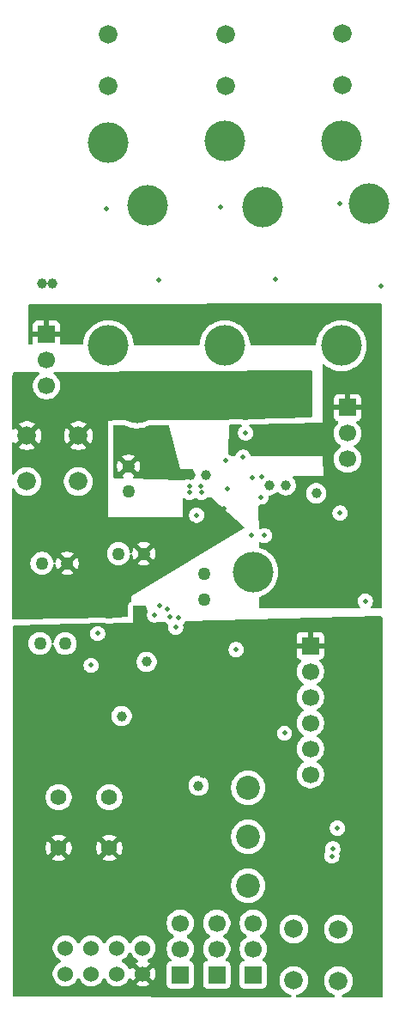
<source format=gbr>
%TF.GenerationSoftware,KiCad,Pcbnew,9.0.2*%
%TF.CreationDate,2025-08-16T18:35:03-07:00*%
%TF.ProjectId,Transmitter,5472616e-736d-4697-9474-65722e6b6963,rev?*%
%TF.SameCoordinates,Original*%
%TF.FileFunction,Copper,L2,Inr*%
%TF.FilePolarity,Positive*%
%FSLAX46Y46*%
G04 Gerber Fmt 4.6, Leading zero omitted, Abs format (unit mm)*
G04 Created by KiCad (PCBNEW 9.0.2) date 2025-08-16 18:35:03*
%MOMM*%
%LPD*%
G01*
G04 APERTURE LIST*
%TA.AperFunction,ComponentPad*%
%ADD10C,1.828800*%
%TD*%
%TA.AperFunction,ComponentPad*%
%ADD11C,2.362200*%
%TD*%
%TA.AperFunction,ComponentPad*%
%ADD12C,1.524000*%
%TD*%
%TA.AperFunction,ComponentPad*%
%ADD13R,1.700000X1.700000*%
%TD*%
%TA.AperFunction,ComponentPad*%
%ADD14C,1.700000*%
%TD*%
%TA.AperFunction,ComponentPad*%
%ADD15C,1.270000*%
%TD*%
%TA.AperFunction,ComponentPad*%
%ADD16C,1.574800*%
%TD*%
%TA.AperFunction,ViaPad*%
%ADD17C,0.500000*%
%TD*%
%TA.AperFunction,ViaPad*%
%ADD18C,1.000000*%
%TD*%
%TA.AperFunction,ViaPad*%
%ADD19C,4.000000*%
%TD*%
G04 APERTURE END LIST*
D10*
%TO.N,Vbatt*%
%TO.C,J6*%
X117800000Y-119556100D03*
X117800000Y-114476100D03*
%TD*%
%TO.N,GND*%
%TO.C,J7*%
X122200000Y-119600000D03*
X122200000Y-114520000D03*
%TD*%
%TO.N,LoadA*%
%TO.C,J2*%
X99480000Y-31370000D03*
X99480000Y-26290000D03*
%TD*%
D11*
%TO.N,Vbatt*%
%TO.C,U1*%
X113300000Y-110221100D03*
%TO.N,V_in*%
X113300000Y-105395100D03*
%TO.N,unconnected-(U1-Pad3)*%
X113300000Y-100569100D03*
%TD*%
D10*
%TO.N,Vdc*%
%TO.C,J9*%
X91473900Y-65868550D03*
X96553900Y-65868550D03*
%TD*%
D12*
%TO.N,+3.3V*%
%TO.C,J1*%
X102900000Y-118900000D03*
%TO.N,GND*%
X102900000Y-116360000D03*
%TO.N,SPI1_CSN*%
X100360000Y-118900000D03*
%TO.N,NRF_CE*%
X100360000Y-116360000D03*
%TO.N,SPI1_MOSI*%
X97820000Y-118900000D03*
%TO.N,SPI1_SCK*%
X97820000Y-116360000D03*
%TO.N,NRF_IRQ*%
X95280000Y-118900000D03*
%TO.N,SPI1_MISO*%
X95280000Y-116360000D03*
%TD*%
D13*
%TO.N,+5V*%
%TO.C,J12*%
X106600000Y-119000000D03*
D14*
%TO.N,GND*%
X106600000Y-116460000D03*
%TO.N,LElevator*%
X106600000Y-113920000D03*
%TD*%
D10*
%TO.N,LoadB*%
%TO.C,J4*%
X111120000Y-31380000D03*
X111120000Y-26300000D03*
%TD*%
%TO.N,Vbatt*%
%TO.C,J8*%
X91453900Y-70378550D03*
X96533900Y-70378550D03*
%TD*%
D13*
%TO.N,+5V*%
%TO.C,J14*%
X110200000Y-119000000D03*
D14*
%TO.N,GND*%
X110200000Y-116460000D03*
%TO.N,Rudder*%
X110200000Y-113920000D03*
%TD*%
D13*
%TO.N,+5V*%
%TO.C,J13*%
X113800000Y-119000000D03*
D14*
%TO.N,GND*%
X113800000Y-116460000D03*
%TO.N,RElevator*%
X113800000Y-113920000D03*
%TD*%
D15*
%TO.N,GND*%
%TO.C,C15*%
X92750000Y-86350000D03*
%TO.N,Vdc*%
X95250000Y-86350000D03*
%TD*%
%TO.N,Vbatt*%
%TO.C,C20*%
X101480000Y-68870000D03*
%TO.N,GND*%
X101480000Y-71370000D03*
%TD*%
D16*
%TO.N,+3.3V*%
%TO.C,SW1*%
X94600000Y-106500000D03*
%TO.N,Net-(U2-BOOT0)*%
X94600000Y-101500000D03*
X99599990Y-101500000D03*
%TO.N,+3.3V*%
X99599990Y-106500000D03*
%TD*%
D15*
%TO.N,GND*%
%TO.C,C18*%
X100500000Y-77500000D03*
%TO.N,Vdc*%
X103000000Y-77500000D03*
%TD*%
D13*
%TO.N,+5V*%
%TO.C,J11*%
X123100000Y-63100000D03*
D14*
%TO.N,GND*%
X123100000Y-65640000D03*
%TO.N,RFlap*%
X123100000Y-68180000D03*
%TD*%
D10*
%TO.N,LoadC*%
%TO.C,J5*%
X122560000Y-31350000D03*
X122560000Y-26270000D03*
%TD*%
D15*
%TO.N,GND*%
%TO.C,C17*%
X92950000Y-78450000D03*
%TO.N,Vdc*%
X95450000Y-78450000D03*
%TD*%
D13*
%TO.N,+3.3V*%
%TO.C,J3*%
X119440000Y-86570000D03*
D14*
%TO.N,SWCLK*%
X119440000Y-89110000D03*
%TO.N,GND*%
X119440000Y-91650000D03*
%TO.N,SWDIO*%
X119440000Y-94190000D03*
%TO.N,NRST*%
X119440000Y-96730000D03*
%TO.N,unconnected-(J3-Pin_6-Pad6)*%
X119440000Y-99270000D03*
%TD*%
D13*
%TO.N,+5V*%
%TO.C,J10*%
X93400000Y-55860000D03*
D14*
%TO.N,GND*%
X93400000Y-58400000D03*
%TO.N,LFlap*%
X93400000Y-60940000D03*
%TD*%
D15*
%TO.N,GND*%
%TO.C,C16*%
X109000000Y-82000000D03*
%TO.N,Vdc*%
X109000000Y-79500000D03*
%TD*%
D17*
%TO.N,GND*%
X122360000Y-73500000D03*
X116887500Y-95190000D03*
D18*
%TO.N,+3.3V*%
X113450000Y-85890000D03*
X120020000Y-71550000D03*
D17*
X97775000Y-93965000D03*
X97710000Y-93390000D03*
D19*
%TO.N,LoadA*%
X99500000Y-37000000D03*
%TO.N,LoadB*%
X111000000Y-36800000D03*
%TO.N,Vdc*%
X122500000Y-57000000D03*
X111000000Y-57000000D03*
X99500000Y-57000000D03*
%TO.N,LoadC*%
X122530000Y-36820000D03*
D17*
%TO.N,GND*%
X124850000Y-82170000D03*
D18*
%TO.N,Vbatt*%
X105520000Y-68660000D03*
X107565400Y-69738000D03*
X105520000Y-67560000D03*
D19*
X113770000Y-79330000D03*
%TO.N,Vdc*%
X98000000Y-81600000D03*
D18*
X96830000Y-74120000D03*
D19*
X102323000Y-62650000D03*
X116530000Y-61700000D03*
D17*
X110915000Y-73075000D03*
X111055000Y-68345000D03*
D18*
%TO.N,GND*%
X92920000Y-50910000D03*
D17*
X107520000Y-70830000D03*
D18*
X93980000Y-50910000D03*
D19*
X114700000Y-43300000D03*
D17*
X108660000Y-70830000D03*
D18*
X103280000Y-88160000D03*
D17*
X121565500Y-107302860D03*
X121659393Y-106589393D03*
D18*
X115377000Y-70750000D03*
D17*
X107500000Y-71451458D03*
D18*
X100810000Y-93500000D03*
D19*
X103340000Y-43160000D03*
D17*
X114890000Y-75710000D03*
X113660000Y-75710000D03*
D19*
X125260000Y-43000000D03*
D18*
X117010000Y-70760000D03*
D17*
X114580000Y-71920000D03*
X114600000Y-69950000D03*
X98445000Y-85365000D03*
X122100000Y-104550000D03*
D18*
X108400000Y-100360000D03*
X109167400Y-69750000D03*
D17*
X108690000Y-71450000D03*
X111223000Y-71102000D03*
D18*
%TO.N,+3.3V*%
X121810000Y-101524156D03*
X122275000Y-102785000D03*
X110500000Y-97600000D03*
X101300000Y-88300000D03*
D17*
X102500000Y-83140000D03*
D18*
X100500000Y-87900000D03*
X108900000Y-99100000D03*
X123110000Y-101950000D03*
D17*
%TO.N,S1*%
X104075000Y-83530000D03*
X104500000Y-50500000D03*
%TO.N,S2*%
X104575000Y-82625000D03*
X99325000Y-43525000D03*
%TO.N,S3*%
X116000000Y-50480000D03*
X105300000Y-82960000D03*
%TO.N,S4*%
X105610000Y-83690000D03*
X110585000Y-43315000D03*
%TO.N,S5*%
X126400000Y-51110000D03*
X106155000Y-84745000D03*
%TO.N,S6*%
X106410000Y-83810000D03*
X122300000Y-43000000D03*
D18*
%TO.N,+5V*%
X125000000Y-63100000D03*
X125183552Y-75816448D03*
X125223552Y-77423552D03*
X124900000Y-61600000D03*
X123723552Y-78923552D03*
X95300000Y-55700000D03*
D17*
X112900000Y-66743464D03*
D18*
X95300000Y-54500000D03*
D17*
%TO.N,Vdd*%
X113670000Y-70030000D03*
X113050000Y-65600000D03*
%TO.N,LFlap*%
X97800000Y-88500000D03*
%TO.N,RFlap*%
X112100000Y-86960000D03*
%TO.N,Vfb*%
X108210000Y-73700000D03*
X112800000Y-68000000D03*
%TD*%
%TA.AperFunction,Conductor*%
%TO.N,+3.3V*%
G36*
X101701446Y-116820165D02*
G01*
X101740484Y-116865218D01*
X101820213Y-117021694D01*
X101937019Y-117182464D01*
X102077536Y-117322981D01*
X102238306Y-117439787D01*
X102395332Y-117519796D01*
X102446127Y-117567769D01*
X102462922Y-117635590D01*
X102440385Y-117701725D01*
X102395332Y-117740764D01*
X102238566Y-117820641D01*
X102201283Y-117847729D01*
X102201282Y-117847730D01*
X102764058Y-118410504D01*
X102703919Y-118426619D01*
X102588080Y-118493498D01*
X102493498Y-118588080D01*
X102426619Y-118703919D01*
X102410504Y-118764057D01*
X101847730Y-118201282D01*
X101847729Y-118201283D01*
X101820641Y-118238566D01*
X101740764Y-118395332D01*
X101692790Y-118446127D01*
X101624969Y-118462922D01*
X101558834Y-118440384D01*
X101519796Y-118395332D01*
X101439787Y-118238306D01*
X101322981Y-118077536D01*
X101182464Y-117937019D01*
X101021694Y-117820213D01*
X100865218Y-117740484D01*
X100814423Y-117692510D01*
X100797628Y-117624689D01*
X100820165Y-117558554D01*
X100865218Y-117519515D01*
X101021694Y-117439787D01*
X101182464Y-117322981D01*
X101322981Y-117182464D01*
X101439787Y-117021694D01*
X101519515Y-116865218D01*
X101567490Y-116814423D01*
X101635311Y-116797628D01*
X101701446Y-116820165D01*
G37*
%TD.AperFunction*%
%TA.AperFunction,Conductor*%
G36*
X126480719Y-83683809D02*
G01*
X126527792Y-83735441D01*
X126540334Y-83789585D01*
X126599801Y-121075609D01*
X126580223Y-121142680D01*
X126527492Y-121188519D01*
X126475609Y-121199807D01*
X122655901Y-121193901D01*
X122588892Y-121174113D01*
X122543219Y-121121238D01*
X122533383Y-121052064D01*
X122562506Y-120988553D01*
X122617776Y-120951970D01*
X122743128Y-120911241D01*
X122743130Y-120911239D01*
X122743133Y-120911239D01*
X122941569Y-120810131D01*
X123121745Y-120679225D01*
X123279225Y-120521745D01*
X123410131Y-120341569D01*
X123511239Y-120143133D01*
X123527746Y-120092331D01*
X123580059Y-119931327D01*
X123580059Y-119931326D01*
X123580060Y-119931323D01*
X123614900Y-119711355D01*
X123614900Y-119488645D01*
X123580060Y-119268677D01*
X123580059Y-119268673D01*
X123580059Y-119268672D01*
X123511240Y-119056869D01*
X123410130Y-118858430D01*
X123391741Y-118833120D01*
X123279225Y-118678255D01*
X123121745Y-118520775D01*
X122941569Y-118389869D01*
X122743130Y-118288759D01*
X122531326Y-118219940D01*
X122366347Y-118193810D01*
X122311355Y-118185100D01*
X122088645Y-118185100D01*
X122015322Y-118196713D01*
X121868675Y-118219940D01*
X121868672Y-118219940D01*
X121656869Y-118288759D01*
X121458430Y-118389869D01*
X121388903Y-118440384D01*
X121278255Y-118520775D01*
X121278253Y-118520777D01*
X121278252Y-118520777D01*
X121120777Y-118678252D01*
X121120777Y-118678253D01*
X121120775Y-118678255D01*
X121102129Y-118703919D01*
X120989869Y-118858430D01*
X120888759Y-119056869D01*
X120819940Y-119268672D01*
X120819940Y-119268675D01*
X120785100Y-119488645D01*
X120785100Y-119711354D01*
X120819940Y-119931324D01*
X120819940Y-119931327D01*
X120888759Y-120143130D01*
X120965526Y-120293793D01*
X120989869Y-120341569D01*
X121120775Y-120521745D01*
X121278255Y-120679225D01*
X121458431Y-120810131D01*
X121656867Y-120911239D01*
X121656869Y-120911240D01*
X121777863Y-120950553D01*
X121835538Y-120989990D01*
X121862737Y-121054348D01*
X121850823Y-121123195D01*
X121803579Y-121174671D01*
X121739353Y-121192484D01*
X118123627Y-121186893D01*
X118056618Y-121167105D01*
X118010945Y-121114230D01*
X118001109Y-121045056D01*
X118030232Y-120981545D01*
X118089068Y-120943862D01*
X118104405Y-120940423D01*
X118131323Y-120936160D01*
X118343133Y-120867339D01*
X118541569Y-120766231D01*
X118721745Y-120635325D01*
X118879225Y-120477845D01*
X119010131Y-120297669D01*
X119111239Y-120099233D01*
X119157297Y-119957482D01*
X119180059Y-119887427D01*
X119180059Y-119887426D01*
X119180060Y-119887423D01*
X119214900Y-119667455D01*
X119214900Y-119444745D01*
X119180060Y-119224777D01*
X119180059Y-119224773D01*
X119180059Y-119224772D01*
X119111240Y-119012969D01*
X119104286Y-118999321D01*
X119010131Y-118814531D01*
X118879225Y-118634355D01*
X118721745Y-118476875D01*
X118541569Y-118345969D01*
X118429288Y-118288759D01*
X118343130Y-118244859D01*
X118131326Y-118176040D01*
X117966347Y-118149910D01*
X117911355Y-118141200D01*
X117688645Y-118141200D01*
X117615322Y-118152813D01*
X117468675Y-118176040D01*
X117468672Y-118176040D01*
X117256869Y-118244859D01*
X117058430Y-118345969D01*
X116990490Y-118395331D01*
X116878255Y-118476875D01*
X116878253Y-118476877D01*
X116878252Y-118476877D01*
X116720777Y-118634352D01*
X116720777Y-118634353D01*
X116720775Y-118634355D01*
X116688882Y-118678252D01*
X116589869Y-118814530D01*
X116488759Y-119012969D01*
X116419940Y-119224772D01*
X116419940Y-119224775D01*
X116385100Y-119444745D01*
X116385100Y-119667454D01*
X116419940Y-119887424D01*
X116419940Y-119887427D01*
X116488759Y-120099230D01*
X116587894Y-120293793D01*
X116589869Y-120297669D01*
X116720775Y-120477845D01*
X116878255Y-120635325D01*
X117058431Y-120766231D01*
X117144588Y-120810130D01*
X117256869Y-120867340D01*
X117468670Y-120936158D01*
X117468671Y-120936158D01*
X117468677Y-120936160D01*
X117489193Y-120939409D01*
X117552326Y-120969336D01*
X117589258Y-121028647D01*
X117588262Y-121098510D01*
X117549653Y-121156743D01*
X117485690Y-121184859D01*
X117469603Y-121185882D01*
X90223808Y-121143755D01*
X90156799Y-121123967D01*
X90111126Y-121071092D01*
X90100000Y-121019755D01*
X90100000Y-116260639D01*
X94017500Y-116260639D01*
X94017500Y-116459360D01*
X94048587Y-116655637D01*
X94109993Y-116844629D01*
X94109994Y-116844632D01*
X94200213Y-117021694D01*
X94317019Y-117182464D01*
X94457536Y-117322981D01*
X94618306Y-117439787D01*
X94644876Y-117453325D01*
X94774780Y-117519515D01*
X94825576Y-117567490D01*
X94842371Y-117635311D01*
X94819833Y-117701446D01*
X94774780Y-117740485D01*
X94618305Y-117820213D01*
X94457533Y-117937021D01*
X94317021Y-118077533D01*
X94200213Y-118238305D01*
X94109994Y-118415367D01*
X94109993Y-118415370D01*
X94048587Y-118604362D01*
X94017500Y-118800639D01*
X94017500Y-118999360D01*
X94048587Y-119195637D01*
X94109993Y-119384629D01*
X94109994Y-119384632D01*
X94200076Y-119561425D01*
X94200213Y-119561694D01*
X94317019Y-119722464D01*
X94457536Y-119862981D01*
X94618306Y-119979787D01*
X94705149Y-120024035D01*
X94795367Y-120070005D01*
X94795370Y-120070006D01*
X94864081Y-120092331D01*
X94984364Y-120131413D01*
X95180639Y-120162500D01*
X95180640Y-120162500D01*
X95379360Y-120162500D01*
X95379361Y-120162500D01*
X95575636Y-120131413D01*
X95764632Y-120070005D01*
X95941694Y-119979787D01*
X96102464Y-119862981D01*
X96242981Y-119722464D01*
X96359787Y-119561694D01*
X96439515Y-119405218D01*
X96487490Y-119354423D01*
X96555311Y-119337628D01*
X96621446Y-119360165D01*
X96660484Y-119405218D01*
X96740213Y-119561694D01*
X96857019Y-119722464D01*
X96997536Y-119862981D01*
X97158306Y-119979787D01*
X97245149Y-120024035D01*
X97335367Y-120070005D01*
X97335370Y-120070006D01*
X97404081Y-120092331D01*
X97524364Y-120131413D01*
X97720639Y-120162500D01*
X97720640Y-120162500D01*
X97919360Y-120162500D01*
X97919361Y-120162500D01*
X98115636Y-120131413D01*
X98304632Y-120070005D01*
X98481694Y-119979787D01*
X98642464Y-119862981D01*
X98782981Y-119722464D01*
X98899787Y-119561694D01*
X98979515Y-119405218D01*
X99027490Y-119354423D01*
X99095311Y-119337628D01*
X99161446Y-119360165D01*
X99200484Y-119405218D01*
X99280213Y-119561694D01*
X99397019Y-119722464D01*
X99537536Y-119862981D01*
X99698306Y-119979787D01*
X99785149Y-120024035D01*
X99875367Y-120070005D01*
X99875370Y-120070006D01*
X99944081Y-120092331D01*
X100064364Y-120131413D01*
X100260639Y-120162500D01*
X100260640Y-120162500D01*
X100459360Y-120162500D01*
X100459361Y-120162500D01*
X100655636Y-120131413D01*
X100844632Y-120070005D01*
X101021694Y-119979787D01*
X101182464Y-119862981D01*
X101322981Y-119722464D01*
X101439787Y-119561694D01*
X101519796Y-119404667D01*
X101567769Y-119353872D01*
X101635590Y-119337077D01*
X101701725Y-119359614D01*
X101740765Y-119404668D01*
X101820641Y-119561432D01*
X101847730Y-119598715D01*
X101847731Y-119598716D01*
X102410504Y-119035942D01*
X102426619Y-119096081D01*
X102493498Y-119211920D01*
X102588080Y-119306502D01*
X102703919Y-119373381D01*
X102764057Y-119389494D01*
X102201283Y-119952268D01*
X102201283Y-119952269D01*
X102238567Y-119979358D01*
X102415562Y-120069542D01*
X102604477Y-120130924D01*
X102800679Y-120162000D01*
X102999321Y-120162000D01*
X103195520Y-120130924D01*
X103195523Y-120130924D01*
X103384437Y-120069542D01*
X103561425Y-119979362D01*
X103598716Y-119952268D01*
X103035942Y-119389494D01*
X103096081Y-119373381D01*
X103211920Y-119306502D01*
X103306502Y-119211920D01*
X103373381Y-119096081D01*
X103389495Y-119035942D01*
X103952268Y-119598715D01*
X103979362Y-119561425D01*
X104069542Y-119384437D01*
X104130924Y-119195523D01*
X104130924Y-119195520D01*
X104162000Y-118999321D01*
X104162000Y-118800678D01*
X104130924Y-118604479D01*
X104130924Y-118604476D01*
X104069542Y-118415562D01*
X103979358Y-118238567D01*
X103952268Y-118201283D01*
X103389494Y-118764057D01*
X103373381Y-118703919D01*
X103306502Y-118588080D01*
X103211920Y-118493498D01*
X103096081Y-118426619D01*
X103035942Y-118410504D01*
X103598716Y-117847731D01*
X103598715Y-117847730D01*
X103561432Y-117820641D01*
X103404668Y-117740765D01*
X103353872Y-117692790D01*
X103337077Y-117624969D01*
X103359615Y-117558834D01*
X103404667Y-117519796D01*
X103561694Y-117439787D01*
X103722464Y-117322981D01*
X103862981Y-117182464D01*
X103979787Y-117021694D01*
X104070005Y-116844632D01*
X104131413Y-116655636D01*
X104162500Y-116459361D01*
X104162500Y-116260639D01*
X104131413Y-116064364D01*
X104070005Y-115875368D01*
X104070005Y-115875367D01*
X104007237Y-115752179D01*
X103979787Y-115698306D01*
X103862981Y-115537536D01*
X103722464Y-115397019D01*
X103561694Y-115280213D01*
X103384632Y-115189994D01*
X103384629Y-115189993D01*
X103195637Y-115128587D01*
X103097498Y-115113043D01*
X102999361Y-115097500D01*
X102800639Y-115097500D01*
X102735214Y-115107862D01*
X102604362Y-115128587D01*
X102415370Y-115189993D01*
X102415367Y-115189994D01*
X102238305Y-115280213D01*
X102077533Y-115397021D01*
X101937021Y-115537533D01*
X101820213Y-115698305D01*
X101740485Y-115854780D01*
X101692510Y-115905576D01*
X101624689Y-115922371D01*
X101558554Y-115899833D01*
X101519515Y-115854780D01*
X101467237Y-115752179D01*
X101439787Y-115698306D01*
X101322981Y-115537536D01*
X101182464Y-115397019D01*
X101021694Y-115280213D01*
X100844632Y-115189994D01*
X100844629Y-115189993D01*
X100655637Y-115128587D01*
X100557498Y-115113043D01*
X100459361Y-115097500D01*
X100260639Y-115097500D01*
X100195214Y-115107862D01*
X100064362Y-115128587D01*
X99875370Y-115189993D01*
X99875367Y-115189994D01*
X99698305Y-115280213D01*
X99537533Y-115397021D01*
X99397021Y-115537533D01*
X99280213Y-115698305D01*
X99200485Y-115854780D01*
X99152510Y-115905576D01*
X99084689Y-115922371D01*
X99018554Y-115899833D01*
X98979515Y-115854780D01*
X98927237Y-115752179D01*
X98899787Y-115698306D01*
X98782981Y-115537536D01*
X98642464Y-115397019D01*
X98481694Y-115280213D01*
X98304632Y-115189994D01*
X98304629Y-115189993D01*
X98115637Y-115128587D01*
X98017498Y-115113043D01*
X97919361Y-115097500D01*
X97720639Y-115097500D01*
X97655214Y-115107862D01*
X97524362Y-115128587D01*
X97335370Y-115189993D01*
X97335367Y-115189994D01*
X97158305Y-115280213D01*
X96997533Y-115397021D01*
X96857021Y-115537533D01*
X96740213Y-115698305D01*
X96660485Y-115854780D01*
X96612510Y-115905576D01*
X96544689Y-115922371D01*
X96478554Y-115899833D01*
X96439515Y-115854780D01*
X96387237Y-115752179D01*
X96359787Y-115698306D01*
X96242981Y-115537536D01*
X96102464Y-115397019D01*
X95941694Y-115280213D01*
X95764632Y-115189994D01*
X95764629Y-115189993D01*
X95575637Y-115128587D01*
X95477498Y-115113043D01*
X95379361Y-115097500D01*
X95180639Y-115097500D01*
X95115214Y-115107862D01*
X94984362Y-115128587D01*
X94795370Y-115189993D01*
X94795367Y-115189994D01*
X94618305Y-115280213D01*
X94457533Y-115397021D01*
X94317021Y-115537533D01*
X94200213Y-115698305D01*
X94109994Y-115875367D01*
X94109993Y-115875370D01*
X94048587Y-116064362D01*
X94017500Y-116260639D01*
X90100000Y-116260639D01*
X90100000Y-113813713D01*
X105249500Y-113813713D01*
X105249500Y-114026286D01*
X105282753Y-114236239D01*
X105348444Y-114438414D01*
X105444951Y-114627820D01*
X105569890Y-114799786D01*
X105720213Y-114950109D01*
X105892182Y-115075050D01*
X105900946Y-115079516D01*
X105951742Y-115127491D01*
X105968536Y-115195312D01*
X105945998Y-115261447D01*
X105900946Y-115300484D01*
X105892182Y-115304949D01*
X105720213Y-115429890D01*
X105569890Y-115580213D01*
X105444951Y-115752179D01*
X105348444Y-115941585D01*
X105282753Y-116143760D01*
X105249500Y-116353713D01*
X105249500Y-116566287D01*
X105282754Y-116776243D01*
X105311664Y-116865219D01*
X105348444Y-116978414D01*
X105444951Y-117167820D01*
X105569890Y-117339786D01*
X105683430Y-117453326D01*
X105716915Y-117514649D01*
X105711931Y-117584341D01*
X105670059Y-117640274D01*
X105639083Y-117657189D01*
X105507669Y-117706203D01*
X105507664Y-117706206D01*
X105392455Y-117792452D01*
X105392452Y-117792455D01*
X105306206Y-117907664D01*
X105306202Y-117907671D01*
X105255908Y-118042517D01*
X105249501Y-118102116D01*
X105249501Y-118102123D01*
X105249500Y-118102135D01*
X105249500Y-119897870D01*
X105249501Y-119897876D01*
X105255908Y-119957483D01*
X105306202Y-120092328D01*
X105306206Y-120092335D01*
X105392452Y-120207544D01*
X105392455Y-120207547D01*
X105507664Y-120293793D01*
X105507671Y-120293797D01*
X105642517Y-120344091D01*
X105642516Y-120344091D01*
X105649444Y-120344835D01*
X105702127Y-120350500D01*
X107497872Y-120350499D01*
X107557483Y-120344091D01*
X107692331Y-120293796D01*
X107807546Y-120207546D01*
X107893796Y-120092331D01*
X107944091Y-119957483D01*
X107950500Y-119897873D01*
X107950499Y-118102128D01*
X107944091Y-118042517D01*
X107893796Y-117907669D01*
X107893795Y-117907668D01*
X107893793Y-117907664D01*
X107807547Y-117792455D01*
X107807544Y-117792452D01*
X107692335Y-117706206D01*
X107692328Y-117706202D01*
X107560917Y-117657189D01*
X107504983Y-117615318D01*
X107480566Y-117549853D01*
X107495418Y-117481580D01*
X107516563Y-117453332D01*
X107630104Y-117339792D01*
X107755051Y-117167816D01*
X107851557Y-116978412D01*
X107917246Y-116776243D01*
X107950500Y-116566287D01*
X107950500Y-116353713D01*
X107917246Y-116143757D01*
X107851557Y-115941588D01*
X107755051Y-115752184D01*
X107755049Y-115752181D01*
X107755048Y-115752179D01*
X107630109Y-115580213D01*
X107479786Y-115429890D01*
X107307820Y-115304951D01*
X107307115Y-115304591D01*
X107299054Y-115300485D01*
X107248259Y-115252512D01*
X107231463Y-115184692D01*
X107253999Y-115118556D01*
X107299054Y-115079515D01*
X107307816Y-115075051D01*
X107329789Y-115059086D01*
X107479786Y-114950109D01*
X107479788Y-114950106D01*
X107479792Y-114950104D01*
X107630104Y-114799792D01*
X107630106Y-114799788D01*
X107630109Y-114799786D01*
X107752480Y-114631355D01*
X107755051Y-114627816D01*
X107851557Y-114438412D01*
X107917246Y-114236243D01*
X107950500Y-114026287D01*
X107950500Y-113813713D01*
X108849500Y-113813713D01*
X108849500Y-114026286D01*
X108882753Y-114236239D01*
X108948444Y-114438414D01*
X109044951Y-114627820D01*
X109169890Y-114799786D01*
X109320213Y-114950109D01*
X109492182Y-115075050D01*
X109500946Y-115079516D01*
X109551742Y-115127491D01*
X109568536Y-115195312D01*
X109545998Y-115261447D01*
X109500946Y-115300484D01*
X109492182Y-115304949D01*
X109320213Y-115429890D01*
X109169890Y-115580213D01*
X109044951Y-115752179D01*
X108948444Y-115941585D01*
X108882753Y-116143760D01*
X108849500Y-116353713D01*
X108849500Y-116566287D01*
X108882754Y-116776243D01*
X108911664Y-116865219D01*
X108948444Y-116978414D01*
X109044951Y-117167820D01*
X109169890Y-117339786D01*
X109283430Y-117453326D01*
X109316915Y-117514649D01*
X109311931Y-117584341D01*
X109270059Y-117640274D01*
X109239083Y-117657189D01*
X109107669Y-117706203D01*
X109107664Y-117706206D01*
X108992455Y-117792452D01*
X108992452Y-117792455D01*
X108906206Y-117907664D01*
X108906202Y-117907671D01*
X108855908Y-118042517D01*
X108849501Y-118102116D01*
X108849501Y-118102123D01*
X108849500Y-118102135D01*
X108849500Y-119897870D01*
X108849501Y-119897876D01*
X108855908Y-119957483D01*
X108906202Y-120092328D01*
X108906206Y-120092335D01*
X108992452Y-120207544D01*
X108992455Y-120207547D01*
X109107664Y-120293793D01*
X109107671Y-120293797D01*
X109242517Y-120344091D01*
X109242516Y-120344091D01*
X109249444Y-120344835D01*
X109302127Y-120350500D01*
X111097872Y-120350499D01*
X111157483Y-120344091D01*
X111292331Y-120293796D01*
X111407546Y-120207546D01*
X111493796Y-120092331D01*
X111544091Y-119957483D01*
X111550500Y-119897873D01*
X111550499Y-118102128D01*
X111544091Y-118042517D01*
X111493796Y-117907669D01*
X111493795Y-117907668D01*
X111493793Y-117907664D01*
X111407547Y-117792455D01*
X111407544Y-117792452D01*
X111292335Y-117706206D01*
X111292328Y-117706202D01*
X111160917Y-117657189D01*
X111104983Y-117615318D01*
X111080566Y-117549853D01*
X111095418Y-117481580D01*
X111116563Y-117453332D01*
X111230104Y-117339792D01*
X111355051Y-117167816D01*
X111451557Y-116978412D01*
X111517246Y-116776243D01*
X111550500Y-116566287D01*
X111550500Y-116353713D01*
X111517246Y-116143757D01*
X111451557Y-115941588D01*
X111355051Y-115752184D01*
X111355049Y-115752181D01*
X111355048Y-115752179D01*
X111230109Y-115580213D01*
X111079786Y-115429890D01*
X110907820Y-115304951D01*
X110907115Y-115304591D01*
X110899054Y-115300485D01*
X110848259Y-115252512D01*
X110831463Y-115184692D01*
X110853999Y-115118556D01*
X110899054Y-115079515D01*
X110907816Y-115075051D01*
X110929789Y-115059086D01*
X111079786Y-114950109D01*
X111079788Y-114950106D01*
X111079792Y-114950104D01*
X111230104Y-114799792D01*
X111230106Y-114799788D01*
X111230109Y-114799786D01*
X111352480Y-114631355D01*
X111355051Y-114627816D01*
X111451557Y-114438412D01*
X111517246Y-114236243D01*
X111550500Y-114026287D01*
X111550500Y-113813713D01*
X112449500Y-113813713D01*
X112449500Y-114026286D01*
X112482753Y-114236239D01*
X112548444Y-114438414D01*
X112644951Y-114627820D01*
X112769890Y-114799786D01*
X112920213Y-114950109D01*
X113092182Y-115075050D01*
X113100946Y-115079516D01*
X113151742Y-115127491D01*
X113168536Y-115195312D01*
X113145998Y-115261447D01*
X113100946Y-115300484D01*
X113092182Y-115304949D01*
X112920213Y-115429890D01*
X112769890Y-115580213D01*
X112644951Y-115752179D01*
X112548444Y-115941585D01*
X112482753Y-116143760D01*
X112449500Y-116353713D01*
X112449500Y-116566287D01*
X112482754Y-116776243D01*
X112511664Y-116865219D01*
X112548444Y-116978414D01*
X112644951Y-117167820D01*
X112769890Y-117339786D01*
X112883430Y-117453326D01*
X112916915Y-117514649D01*
X112911931Y-117584341D01*
X112870059Y-117640274D01*
X112839083Y-117657189D01*
X112707669Y-117706203D01*
X112707664Y-117706206D01*
X112592455Y-117792452D01*
X112592452Y-117792455D01*
X112506206Y-117907664D01*
X112506202Y-117907671D01*
X112455908Y-118042517D01*
X112449501Y-118102116D01*
X112449501Y-118102123D01*
X112449500Y-118102135D01*
X112449500Y-119897870D01*
X112449501Y-119897876D01*
X112455908Y-119957483D01*
X112506202Y-120092328D01*
X112506206Y-120092335D01*
X112592452Y-120207544D01*
X112592455Y-120207547D01*
X112707664Y-120293793D01*
X112707671Y-120293797D01*
X112842517Y-120344091D01*
X112842516Y-120344091D01*
X112849444Y-120344835D01*
X112902127Y-120350500D01*
X114697872Y-120350499D01*
X114757483Y-120344091D01*
X114892331Y-120293796D01*
X115007546Y-120207546D01*
X115093796Y-120092331D01*
X115144091Y-119957483D01*
X115150500Y-119897873D01*
X115150499Y-118102128D01*
X115144091Y-118042517D01*
X115093796Y-117907669D01*
X115093795Y-117907668D01*
X115093793Y-117907664D01*
X115007547Y-117792455D01*
X115007544Y-117792452D01*
X114892335Y-117706206D01*
X114892328Y-117706202D01*
X114760917Y-117657189D01*
X114704983Y-117615318D01*
X114680566Y-117549853D01*
X114695418Y-117481580D01*
X114716563Y-117453332D01*
X114830104Y-117339792D01*
X114955051Y-117167816D01*
X115051557Y-116978412D01*
X115117246Y-116776243D01*
X115150500Y-116566287D01*
X115150500Y-116353713D01*
X115117246Y-116143757D01*
X115051557Y-115941588D01*
X114955051Y-115752184D01*
X114955049Y-115752181D01*
X114955048Y-115752179D01*
X114830109Y-115580213D01*
X114679786Y-115429890D01*
X114507820Y-115304951D01*
X114507115Y-115304591D01*
X114499054Y-115300485D01*
X114448259Y-115252512D01*
X114431463Y-115184692D01*
X114453999Y-115118556D01*
X114499054Y-115079515D01*
X114507816Y-115075051D01*
X114529789Y-115059086D01*
X114679786Y-114950109D01*
X114679788Y-114950106D01*
X114679792Y-114950104D01*
X114830104Y-114799792D01*
X114830106Y-114799788D01*
X114830109Y-114799786D01*
X114952480Y-114631355D01*
X114955051Y-114627816D01*
X115051557Y-114438412D01*
X115075493Y-114364745D01*
X116385100Y-114364745D01*
X116385100Y-114587454D01*
X116419940Y-114807424D01*
X116419940Y-114807427D01*
X116488759Y-115019230D01*
X116566374Y-115171557D01*
X116589869Y-115217669D01*
X116720775Y-115397845D01*
X116878255Y-115555325D01*
X117058431Y-115686231D01*
X117256867Y-115787339D01*
X117256869Y-115787340D01*
X117468673Y-115856159D01*
X117468674Y-115856159D01*
X117468677Y-115856160D01*
X117688645Y-115891000D01*
X117688646Y-115891000D01*
X117911354Y-115891000D01*
X117911355Y-115891000D01*
X118131323Y-115856160D01*
X118131326Y-115856159D01*
X118131327Y-115856159D01*
X118343130Y-115787340D01*
X118343130Y-115787339D01*
X118343133Y-115787339D01*
X118541569Y-115686231D01*
X118721745Y-115555325D01*
X118879225Y-115397845D01*
X119010131Y-115217669D01*
X119111239Y-115019233D01*
X119180060Y-114807423D01*
X119214900Y-114587455D01*
X119214900Y-114408645D01*
X120785100Y-114408645D01*
X120785100Y-114631354D01*
X120819940Y-114851324D01*
X120819940Y-114851327D01*
X120888759Y-115063130D01*
X120950698Y-115184692D01*
X120989869Y-115261569D01*
X121120775Y-115441745D01*
X121278255Y-115599225D01*
X121458431Y-115730131D01*
X121656867Y-115831239D01*
X121656869Y-115831240D01*
X121868673Y-115900059D01*
X121868674Y-115900059D01*
X121868677Y-115900060D01*
X122088645Y-115934900D01*
X122088646Y-115934900D01*
X122311354Y-115934900D01*
X122311355Y-115934900D01*
X122531323Y-115900060D01*
X122531326Y-115900059D01*
X122531327Y-115900059D01*
X122743130Y-115831240D01*
X122743130Y-115831239D01*
X122743133Y-115831239D01*
X122941569Y-115730131D01*
X123121745Y-115599225D01*
X123279225Y-115441745D01*
X123410131Y-115261569D01*
X123511239Y-115063133D01*
X123580060Y-114851323D01*
X123614900Y-114631355D01*
X123614900Y-114408645D01*
X123580060Y-114188677D01*
X123580059Y-114188673D01*
X123580059Y-114188672D01*
X123511240Y-113976869D01*
X123410130Y-113778430D01*
X123279225Y-113598255D01*
X123121745Y-113440775D01*
X122941569Y-113309869D01*
X122743130Y-113208759D01*
X122531326Y-113139940D01*
X122366347Y-113113810D01*
X122311355Y-113105100D01*
X122088645Y-113105100D01*
X122015322Y-113116713D01*
X121868675Y-113139940D01*
X121868672Y-113139940D01*
X121656869Y-113208759D01*
X121458430Y-113309869D01*
X121355633Y-113384556D01*
X121278255Y-113440775D01*
X121278253Y-113440777D01*
X121278252Y-113440777D01*
X121120777Y-113598252D01*
X121120777Y-113598253D01*
X121120775Y-113598255D01*
X121064556Y-113675633D01*
X120989869Y-113778430D01*
X120888759Y-113976869D01*
X120819940Y-114188672D01*
X120819940Y-114188675D01*
X120785100Y-114408645D01*
X119214900Y-114408645D01*
X119214900Y-114364745D01*
X119180060Y-114144777D01*
X119180059Y-114144773D01*
X119180059Y-114144772D01*
X119111240Y-113932969D01*
X119032499Y-113778431D01*
X119010131Y-113734531D01*
X118879225Y-113554355D01*
X118721745Y-113396875D01*
X118541569Y-113265969D01*
X118429288Y-113208759D01*
X118343130Y-113164859D01*
X118131326Y-113096040D01*
X117966347Y-113069910D01*
X117911355Y-113061200D01*
X117688645Y-113061200D01*
X117615322Y-113072813D01*
X117468675Y-113096040D01*
X117468672Y-113096040D01*
X117256869Y-113164859D01*
X117058430Y-113265969D01*
X116998008Y-113309869D01*
X116878255Y-113396875D01*
X116878253Y-113396877D01*
X116878252Y-113396877D01*
X116720777Y-113554352D01*
X116720777Y-113554353D01*
X116720775Y-113554355D01*
X116688882Y-113598252D01*
X116589869Y-113734530D01*
X116488759Y-113932969D01*
X116419940Y-114144772D01*
X116419940Y-114144775D01*
X116385100Y-114364745D01*
X115075493Y-114364745D01*
X115117246Y-114236243D01*
X115150500Y-114026287D01*
X115150500Y-113813713D01*
X115117246Y-113603757D01*
X115051557Y-113401588D01*
X114955051Y-113212184D01*
X114955049Y-113212181D01*
X114955048Y-113212179D01*
X114830109Y-113040213D01*
X114679786Y-112889890D01*
X114507820Y-112764951D01*
X114318414Y-112668444D01*
X114318413Y-112668443D01*
X114318412Y-112668443D01*
X114116243Y-112602754D01*
X114116241Y-112602753D01*
X114116240Y-112602753D01*
X113954957Y-112577208D01*
X113906287Y-112569500D01*
X113693713Y-112569500D01*
X113645042Y-112577208D01*
X113483760Y-112602753D01*
X113281585Y-112668444D01*
X113092179Y-112764951D01*
X112920213Y-112889890D01*
X112769890Y-113040213D01*
X112644951Y-113212179D01*
X112548444Y-113401585D01*
X112482753Y-113603760D01*
X112449500Y-113813713D01*
X111550500Y-113813713D01*
X111517246Y-113603757D01*
X111451557Y-113401588D01*
X111355051Y-113212184D01*
X111355049Y-113212181D01*
X111355048Y-113212179D01*
X111230109Y-113040213D01*
X111079786Y-112889890D01*
X110907820Y-112764951D01*
X110718414Y-112668444D01*
X110718413Y-112668443D01*
X110718412Y-112668443D01*
X110516243Y-112602754D01*
X110516241Y-112602753D01*
X110516240Y-112602753D01*
X110354957Y-112577208D01*
X110306287Y-112569500D01*
X110093713Y-112569500D01*
X110045042Y-112577208D01*
X109883760Y-112602753D01*
X109681585Y-112668444D01*
X109492179Y-112764951D01*
X109320213Y-112889890D01*
X109169890Y-113040213D01*
X109044951Y-113212179D01*
X108948444Y-113401585D01*
X108882753Y-113603760D01*
X108849500Y-113813713D01*
X107950500Y-113813713D01*
X107917246Y-113603757D01*
X107851557Y-113401588D01*
X107755051Y-113212184D01*
X107755049Y-113212181D01*
X107755048Y-113212179D01*
X107630109Y-113040213D01*
X107479786Y-112889890D01*
X107307820Y-112764951D01*
X107118414Y-112668444D01*
X107118413Y-112668443D01*
X107118412Y-112668443D01*
X106916243Y-112602754D01*
X106916241Y-112602753D01*
X106916240Y-112602753D01*
X106754957Y-112577208D01*
X106706287Y-112569500D01*
X106493713Y-112569500D01*
X106445042Y-112577208D01*
X106283760Y-112602753D01*
X106081585Y-112668444D01*
X105892179Y-112764951D01*
X105720213Y-112889890D01*
X105569890Y-113040213D01*
X105444951Y-113212179D01*
X105348444Y-113401585D01*
X105282753Y-113603760D01*
X105249500Y-113813713D01*
X90100000Y-113813713D01*
X90100000Y-110110874D01*
X111618400Y-110110874D01*
X111618400Y-110331325D01*
X111647172Y-110549864D01*
X111704227Y-110762796D01*
X111788581Y-110966444D01*
X111788586Y-110966455D01*
X111898796Y-111157343D01*
X111898807Y-111157359D01*
X112032992Y-111332233D01*
X112032998Y-111332240D01*
X112188859Y-111488101D01*
X112188865Y-111488106D01*
X112363749Y-111622299D01*
X112363756Y-111622303D01*
X112554644Y-111732513D01*
X112554649Y-111732515D01*
X112554652Y-111732517D01*
X112758308Y-111816874D01*
X112971232Y-111873927D01*
X113189782Y-111902700D01*
X113189789Y-111902700D01*
X113410211Y-111902700D01*
X113410218Y-111902700D01*
X113628768Y-111873927D01*
X113841692Y-111816874D01*
X114045348Y-111732517D01*
X114236251Y-111622299D01*
X114411135Y-111488106D01*
X114567006Y-111332235D01*
X114701199Y-111157351D01*
X114811417Y-110966448D01*
X114895774Y-110762792D01*
X114952827Y-110549868D01*
X114981600Y-110331318D01*
X114981600Y-110110882D01*
X114952827Y-109892332D01*
X114895774Y-109679408D01*
X114811417Y-109475752D01*
X114811415Y-109475749D01*
X114811413Y-109475744D01*
X114701203Y-109284856D01*
X114701199Y-109284849D01*
X114567006Y-109109965D01*
X114567001Y-109109959D01*
X114411140Y-108954098D01*
X114411133Y-108954092D01*
X114236259Y-108819907D01*
X114236257Y-108819905D01*
X114236251Y-108819901D01*
X114236246Y-108819898D01*
X114236243Y-108819896D01*
X114045355Y-108709686D01*
X114045344Y-108709681D01*
X113841696Y-108625327D01*
X113628764Y-108568272D01*
X113410225Y-108539500D01*
X113410218Y-108539500D01*
X113189782Y-108539500D01*
X113189774Y-108539500D01*
X112971235Y-108568272D01*
X112758303Y-108625327D01*
X112554655Y-108709681D01*
X112554644Y-108709686D01*
X112363756Y-108819896D01*
X112363740Y-108819907D01*
X112188866Y-108954092D01*
X112188859Y-108954098D01*
X112032998Y-109109959D01*
X112032992Y-109109966D01*
X111898807Y-109284840D01*
X111898796Y-109284856D01*
X111788586Y-109475744D01*
X111788581Y-109475755D01*
X111704227Y-109679403D01*
X111647172Y-109892335D01*
X111618400Y-110110874D01*
X90100000Y-110110874D01*
X90100000Y-106398679D01*
X93312600Y-106398679D01*
X93312600Y-106601320D01*
X93344299Y-106801463D01*
X93406921Y-106994192D01*
X93498916Y-107174744D01*
X93529545Y-107216899D01*
X93529546Y-107216900D01*
X94089765Y-106656680D01*
X94102950Y-106705885D01*
X94173174Y-106827515D01*
X94272485Y-106926826D01*
X94394115Y-106997050D01*
X94443319Y-107010234D01*
X93883099Y-107570453D01*
X93883099Y-107570454D01*
X93925254Y-107601082D01*
X94105807Y-107693078D01*
X94298536Y-107755700D01*
X94298535Y-107755700D01*
X94498680Y-107787400D01*
X94701320Y-107787400D01*
X94901463Y-107755700D01*
X95094192Y-107693078D01*
X95274747Y-107601081D01*
X95274751Y-107601079D01*
X95316899Y-107570454D01*
X95316900Y-107570454D01*
X94756680Y-107010234D01*
X94805885Y-106997050D01*
X94927515Y-106926826D01*
X95026826Y-106827515D01*
X95097050Y-106705885D01*
X95110234Y-106656680D01*
X95670453Y-107216900D01*
X95670454Y-107216899D01*
X95701079Y-107174751D01*
X95701081Y-107174747D01*
X95793078Y-106994192D01*
X95855700Y-106801463D01*
X95887400Y-106601320D01*
X95887400Y-106398679D01*
X98312590Y-106398679D01*
X98312590Y-106601320D01*
X98344289Y-106801463D01*
X98406911Y-106994192D01*
X98498906Y-107174744D01*
X98529535Y-107216899D01*
X98529536Y-107216900D01*
X99089755Y-106656680D01*
X99102940Y-106705885D01*
X99173164Y-106827515D01*
X99272475Y-106926826D01*
X99394105Y-106997050D01*
X99443309Y-107010234D01*
X98883089Y-107570453D01*
X98883089Y-107570454D01*
X98925244Y-107601082D01*
X99105797Y-107693078D01*
X99298526Y-107755700D01*
X99298525Y-107755700D01*
X99498670Y-107787400D01*
X99701310Y-107787400D01*
X99901453Y-107755700D01*
X100094182Y-107693078D01*
X100274737Y-107601081D01*
X100274741Y-107601079D01*
X100316889Y-107570454D01*
X100316890Y-107570454D01*
X100123216Y-107376780D01*
X120814999Y-107376780D01*
X120843840Y-107521767D01*
X120843843Y-107521777D01*
X120900412Y-107658348D01*
X120900419Y-107658361D01*
X120982548Y-107781275D01*
X120982551Y-107781279D01*
X121087080Y-107885808D01*
X121087084Y-107885811D01*
X121209998Y-107967940D01*
X121210011Y-107967947D01*
X121346582Y-108024516D01*
X121346587Y-108024518D01*
X121346591Y-108024518D01*
X121346592Y-108024519D01*
X121491579Y-108053360D01*
X121491582Y-108053360D01*
X121639420Y-108053360D01*
X121736962Y-108033956D01*
X121784413Y-108024518D01*
X121920995Y-107967944D01*
X122043916Y-107885811D01*
X122148451Y-107781276D01*
X122230584Y-107658355D01*
X122287158Y-107521773D01*
X122316000Y-107376778D01*
X122316000Y-107228942D01*
X122316000Y-107228939D01*
X122287160Y-107083956D01*
X122287159Y-107083952D01*
X122287158Y-107083947D01*
X122287155Y-107083940D01*
X122286825Y-107082851D01*
X122286819Y-107082242D01*
X122285970Y-107077972D01*
X122286779Y-107077810D01*
X122286196Y-107012984D01*
X122302379Y-106977958D01*
X122324477Y-106944888D01*
X122381051Y-106808306D01*
X122390489Y-106760855D01*
X122409893Y-106663313D01*
X122409893Y-106515472D01*
X122381052Y-106370485D01*
X122381051Y-106370484D01*
X122381051Y-106370480D01*
X122349420Y-106294115D01*
X122324480Y-106233904D01*
X122324473Y-106233891D01*
X122242344Y-106110977D01*
X122242341Y-106110973D01*
X122137812Y-106006444D01*
X122137808Y-106006441D01*
X122014894Y-105924312D01*
X122014881Y-105924305D01*
X121878310Y-105867736D01*
X121878300Y-105867733D01*
X121733313Y-105838893D01*
X121733311Y-105838893D01*
X121585475Y-105838893D01*
X121585473Y-105838893D01*
X121440485Y-105867733D01*
X121440475Y-105867736D01*
X121303904Y-105924305D01*
X121303891Y-105924312D01*
X121180977Y-106006441D01*
X121180973Y-106006444D01*
X121076444Y-106110973D01*
X121076441Y-106110977D01*
X120994312Y-106233891D01*
X120994305Y-106233904D01*
X120937736Y-106370475D01*
X120937733Y-106370485D01*
X120908893Y-106515472D01*
X120908893Y-106515475D01*
X120908893Y-106663311D01*
X120908893Y-106663313D01*
X120908892Y-106663313D01*
X120937734Y-106808304D01*
X120938070Y-106809411D01*
X120938075Y-106810019D01*
X120938923Y-106814280D01*
X120938114Y-106814440D01*
X120938693Y-106879278D01*
X120922512Y-106914294D01*
X120900415Y-106947364D01*
X120900414Y-106947366D01*
X120843843Y-107083942D01*
X120843840Y-107083952D01*
X120815000Y-107228939D01*
X120815000Y-107228942D01*
X120815000Y-107376778D01*
X120815000Y-107376780D01*
X120814999Y-107376780D01*
X100123216Y-107376780D01*
X99756670Y-107010234D01*
X99805875Y-106997050D01*
X99927505Y-106926826D01*
X100026816Y-106827515D01*
X100097040Y-106705885D01*
X100110224Y-106656680D01*
X100670443Y-107216900D01*
X100670444Y-107216899D01*
X100701069Y-107174751D01*
X100701074Y-107174741D01*
X100705247Y-107166554D01*
X100793068Y-106994192D01*
X100855690Y-106801463D01*
X100887390Y-106601320D01*
X100887390Y-106398679D01*
X100855690Y-106198536D01*
X100793068Y-106005807D01*
X100701072Y-105825254D01*
X100670443Y-105783099D01*
X100110223Y-106343318D01*
X100097040Y-106294115D01*
X100026816Y-106172485D01*
X99927505Y-106073174D01*
X99805875Y-106002950D01*
X99756670Y-105989765D01*
X100316890Y-105429546D01*
X100316889Y-105429545D01*
X100274731Y-105398915D01*
X100259802Y-105391308D01*
X100259801Y-105391308D01*
X100094182Y-105306921D01*
X100026329Y-105284874D01*
X111618400Y-105284874D01*
X111618400Y-105505325D01*
X111647172Y-105723864D01*
X111704227Y-105936796D01*
X111788581Y-106140444D01*
X111788586Y-106140455D01*
X111898796Y-106331343D01*
X111898807Y-106331359D01*
X112032992Y-106506233D01*
X112032998Y-106506240D01*
X112188859Y-106662101D01*
X112188865Y-106662106D01*
X112363749Y-106796299D01*
X112363756Y-106796303D01*
X112554644Y-106906513D01*
X112554649Y-106906515D01*
X112554652Y-106906517D01*
X112758308Y-106990874D01*
X112971232Y-107047927D01*
X113189782Y-107076700D01*
X113189789Y-107076700D01*
X113410211Y-107076700D01*
X113410218Y-107076700D01*
X113628768Y-107047927D01*
X113841692Y-106990874D01*
X114045348Y-106906517D01*
X114236251Y-106796299D01*
X114411135Y-106662106D01*
X114567006Y-106506235D01*
X114701199Y-106331351D01*
X114811417Y-106140448D01*
X114895774Y-105936792D01*
X114952827Y-105723868D01*
X114981600Y-105505318D01*
X114981600Y-105284882D01*
X114952827Y-105066332D01*
X114895774Y-104853408D01*
X114811417Y-104649752D01*
X114811415Y-104649749D01*
X114811413Y-104649744D01*
X114796503Y-104623920D01*
X121349499Y-104623920D01*
X121378340Y-104768907D01*
X121378343Y-104768917D01*
X121434912Y-104905488D01*
X121434919Y-104905501D01*
X121517048Y-105028415D01*
X121517051Y-105028419D01*
X121621580Y-105132948D01*
X121621584Y-105132951D01*
X121744498Y-105215080D01*
X121744511Y-105215087D01*
X121815036Y-105244299D01*
X121881087Y-105271658D01*
X121881091Y-105271658D01*
X121881092Y-105271659D01*
X122026079Y-105300500D01*
X122026082Y-105300500D01*
X122173920Y-105300500D01*
X122271462Y-105281096D01*
X122318913Y-105271658D01*
X122455495Y-105215084D01*
X122578416Y-105132951D01*
X122682951Y-105028416D01*
X122765084Y-104905495D01*
X122821658Y-104768913D01*
X122850500Y-104623918D01*
X122850500Y-104476082D01*
X122850500Y-104476079D01*
X122821659Y-104331092D01*
X122821658Y-104331091D01*
X122821658Y-104331087D01*
X122802140Y-104283966D01*
X122765087Y-104194511D01*
X122765080Y-104194498D01*
X122682951Y-104071584D01*
X122682948Y-104071580D01*
X122578419Y-103967051D01*
X122578415Y-103967048D01*
X122455501Y-103884919D01*
X122455488Y-103884912D01*
X122318917Y-103828343D01*
X122318907Y-103828340D01*
X122173920Y-103799500D01*
X122173918Y-103799500D01*
X122026082Y-103799500D01*
X122026080Y-103799500D01*
X121881092Y-103828340D01*
X121881082Y-103828343D01*
X121744511Y-103884912D01*
X121744498Y-103884919D01*
X121621584Y-103967048D01*
X121621580Y-103967051D01*
X121517051Y-104071580D01*
X121517048Y-104071584D01*
X121434919Y-104194498D01*
X121434912Y-104194511D01*
X121378343Y-104331082D01*
X121378340Y-104331092D01*
X121349500Y-104476079D01*
X121349500Y-104476082D01*
X121349500Y-104623918D01*
X121349500Y-104623920D01*
X121349499Y-104623920D01*
X114796503Y-104623920D01*
X114743427Y-104531990D01*
X114711148Y-104476082D01*
X114701199Y-104458849D01*
X114567006Y-104283965D01*
X114567001Y-104283959D01*
X114411140Y-104128098D01*
X114411133Y-104128092D01*
X114236259Y-103993907D01*
X114236257Y-103993905D01*
X114236251Y-103993901D01*
X114236246Y-103993898D01*
X114236243Y-103993896D01*
X114045355Y-103883686D01*
X114045344Y-103883681D01*
X113841696Y-103799327D01*
X113628764Y-103742272D01*
X113410225Y-103713500D01*
X113410218Y-103713500D01*
X113189782Y-103713500D01*
X113189774Y-103713500D01*
X112971235Y-103742272D01*
X112758303Y-103799327D01*
X112554655Y-103883681D01*
X112554644Y-103883686D01*
X112363756Y-103993896D01*
X112363740Y-103993907D01*
X112188866Y-104128092D01*
X112188859Y-104128098D01*
X112032998Y-104283959D01*
X112032992Y-104283966D01*
X111898807Y-104458840D01*
X111898796Y-104458856D01*
X111788586Y-104649744D01*
X111788581Y-104649755D01*
X111704227Y-104853403D01*
X111647172Y-105066335D01*
X111618400Y-105284874D01*
X100026329Y-105284874D01*
X99901453Y-105244299D01*
X99901454Y-105244299D01*
X99701310Y-105212600D01*
X99498670Y-105212600D01*
X99298526Y-105244299D01*
X99105797Y-105306921D01*
X98925240Y-105398919D01*
X98883089Y-105429544D01*
X98883088Y-105429545D01*
X99443309Y-105989765D01*
X99394105Y-106002950D01*
X99272475Y-106073174D01*
X99173164Y-106172485D01*
X99102940Y-106294115D01*
X99089756Y-106343319D01*
X98529535Y-105783098D01*
X98529534Y-105783099D01*
X98498909Y-105825250D01*
X98406911Y-106005807D01*
X98344289Y-106198536D01*
X98312590Y-106398679D01*
X95887400Y-106398679D01*
X95855700Y-106198536D01*
X95793078Y-106005807D01*
X95701082Y-105825254D01*
X95670453Y-105783099D01*
X95110233Y-106343318D01*
X95097050Y-106294115D01*
X95026826Y-106172485D01*
X94927515Y-106073174D01*
X94805885Y-106002950D01*
X94756680Y-105989765D01*
X95316900Y-105429546D01*
X95316899Y-105429545D01*
X95274744Y-105398916D01*
X95094192Y-105306921D01*
X94901463Y-105244299D01*
X94901464Y-105244299D01*
X94701320Y-105212600D01*
X94498680Y-105212600D01*
X94298536Y-105244299D01*
X94105807Y-105306921D01*
X93925250Y-105398919D01*
X93883099Y-105429544D01*
X93883098Y-105429545D01*
X94443319Y-105989765D01*
X94394115Y-106002950D01*
X94272485Y-106073174D01*
X94173174Y-106172485D01*
X94102950Y-106294115D01*
X94089766Y-106343319D01*
X93529545Y-105783098D01*
X93529544Y-105783099D01*
X93498919Y-105825250D01*
X93406921Y-106005807D01*
X93344299Y-106198536D01*
X93312600Y-106398679D01*
X90100000Y-106398679D01*
X90100000Y-101398640D01*
X93312100Y-101398640D01*
X93312100Y-101601359D01*
X93324592Y-101680233D01*
X93343813Y-101801584D01*
X93406457Y-101994382D01*
X93493327Y-102164874D01*
X93498492Y-102175009D01*
X93617639Y-102339004D01*
X93760995Y-102482360D01*
X93914456Y-102593854D01*
X93924994Y-102601510D01*
X94105618Y-102693543D01*
X94298416Y-102756187D01*
X94498640Y-102787900D01*
X94498641Y-102787900D01*
X94701359Y-102787900D01*
X94701360Y-102787900D01*
X94901584Y-102756187D01*
X95094382Y-102693543D01*
X95275006Y-102601510D01*
X95367085Y-102534610D01*
X95439004Y-102482360D01*
X95439006Y-102482357D01*
X95439010Y-102482355D01*
X95582355Y-102339010D01*
X95582357Y-102339006D01*
X95582360Y-102339004D01*
X95667420Y-102221927D01*
X95701510Y-102175006D01*
X95793543Y-101994382D01*
X95856187Y-101801584D01*
X95887900Y-101601360D01*
X95887900Y-101398640D01*
X98312090Y-101398640D01*
X98312090Y-101601359D01*
X98324582Y-101680233D01*
X98343803Y-101801584D01*
X98406447Y-101994382D01*
X98493317Y-102164874D01*
X98498482Y-102175009D01*
X98617629Y-102339004D01*
X98760985Y-102482360D01*
X98914446Y-102593854D01*
X98924984Y-102601510D01*
X99105608Y-102693543D01*
X99298406Y-102756187D01*
X99498630Y-102787900D01*
X99498631Y-102787900D01*
X99701349Y-102787900D01*
X99701350Y-102787900D01*
X99901574Y-102756187D01*
X100094372Y-102693543D01*
X100274996Y-102601510D01*
X100367075Y-102534610D01*
X100438994Y-102482360D01*
X100438996Y-102482357D01*
X100439000Y-102482355D01*
X100582345Y-102339010D01*
X100582347Y-102339006D01*
X100582350Y-102339004D01*
X100667410Y-102221927D01*
X100701500Y-102175006D01*
X100793533Y-101994382D01*
X100856177Y-101801584D01*
X100887890Y-101601360D01*
X100887890Y-101398640D01*
X100856177Y-101198416D01*
X100793533Y-101005618D01*
X100701500Y-100824994D01*
X100693844Y-100814456D01*
X100582350Y-100660995D01*
X100438994Y-100517639D01*
X100357654Y-100458543D01*
X107399499Y-100458543D01*
X107437947Y-100651829D01*
X107437950Y-100651839D01*
X107513364Y-100833907D01*
X107513371Y-100833920D01*
X107622860Y-100997781D01*
X107622863Y-100997785D01*
X107762214Y-101137136D01*
X107762218Y-101137139D01*
X107926079Y-101246628D01*
X107926092Y-101246635D01*
X108089826Y-101314455D01*
X108108165Y-101322051D01*
X108108169Y-101322051D01*
X108108170Y-101322052D01*
X108301456Y-101360500D01*
X108301459Y-101360500D01*
X108498543Y-101360500D01*
X108628582Y-101334632D01*
X108691835Y-101322051D01*
X108873914Y-101246632D01*
X109037782Y-101137139D01*
X109177139Y-100997782D01*
X109286632Y-100833914D01*
X109362051Y-100651835D01*
X109387966Y-100521555D01*
X109400434Y-100458874D01*
X111618400Y-100458874D01*
X111618400Y-100679325D01*
X111647172Y-100897864D01*
X111704227Y-101110796D01*
X111788581Y-101314444D01*
X111788586Y-101314455D01*
X111898796Y-101505343D01*
X111898807Y-101505359D01*
X112032992Y-101680233D01*
X112032998Y-101680240D01*
X112188859Y-101836101D01*
X112188865Y-101836106D01*
X112363749Y-101970299D01*
X112363756Y-101970303D01*
X112554644Y-102080513D01*
X112554649Y-102080515D01*
X112554652Y-102080517D01*
X112758308Y-102164874D01*
X112971232Y-102221927D01*
X113189782Y-102250700D01*
X113189789Y-102250700D01*
X113410211Y-102250700D01*
X113410218Y-102250700D01*
X113628768Y-102221927D01*
X113841692Y-102164874D01*
X114045348Y-102080517D01*
X114236251Y-101970299D01*
X114411135Y-101836106D01*
X114567006Y-101680235D01*
X114701199Y-101505351D01*
X114811417Y-101314448D01*
X114895774Y-101110792D01*
X114952827Y-100897868D01*
X114981600Y-100679318D01*
X114981600Y-100458882D01*
X114952827Y-100240332D01*
X114895774Y-100027408D01*
X114811417Y-99823752D01*
X114811415Y-99823749D01*
X114811413Y-99823744D01*
X114701203Y-99632856D01*
X114701199Y-99632849D01*
X114662560Y-99582494D01*
X114567007Y-99457966D01*
X114567001Y-99457959D01*
X114411140Y-99302098D01*
X114411133Y-99302092D01*
X114236259Y-99167907D01*
X114236257Y-99167905D01*
X114236251Y-99167901D01*
X114236246Y-99167898D01*
X114236243Y-99167896D01*
X114045355Y-99057686D01*
X114045344Y-99057681D01*
X113841696Y-98973327D01*
X113628764Y-98916272D01*
X113410225Y-98887500D01*
X113410218Y-98887500D01*
X113189782Y-98887500D01*
X113189774Y-98887500D01*
X112971235Y-98916272D01*
X112758303Y-98973327D01*
X112554655Y-99057681D01*
X112554644Y-99057686D01*
X112363756Y-99167896D01*
X112363740Y-99167907D01*
X112188866Y-99302092D01*
X112188859Y-99302098D01*
X112032998Y-99457959D01*
X112032992Y-99457966D01*
X111898807Y-99632840D01*
X111898796Y-99632856D01*
X111788586Y-99823744D01*
X111788581Y-99823755D01*
X111704227Y-100027403D01*
X111647172Y-100240335D01*
X111618400Y-100458874D01*
X109400434Y-100458874D01*
X109400500Y-100458543D01*
X109400500Y-100261456D01*
X109362052Y-100068170D01*
X109362051Y-100068169D01*
X109362051Y-100068165D01*
X109324628Y-99977816D01*
X109286635Y-99886092D01*
X109286628Y-99886079D01*
X109177139Y-99722218D01*
X109177136Y-99722214D01*
X109037785Y-99582863D01*
X109037781Y-99582860D01*
X108873920Y-99473371D01*
X108873907Y-99473364D01*
X108691839Y-99397950D01*
X108691829Y-99397947D01*
X108498543Y-99359500D01*
X108498541Y-99359500D01*
X108301459Y-99359500D01*
X108301457Y-99359500D01*
X108108170Y-99397947D01*
X108108160Y-99397950D01*
X107926092Y-99473364D01*
X107926079Y-99473371D01*
X107762218Y-99582860D01*
X107762214Y-99582863D01*
X107622863Y-99722214D01*
X107622860Y-99722218D01*
X107513371Y-99886079D01*
X107513364Y-99886092D01*
X107437950Y-100068160D01*
X107437947Y-100068170D01*
X107399500Y-100261456D01*
X107399500Y-100261459D01*
X107399500Y-100458541D01*
X107399500Y-100458543D01*
X107399499Y-100458543D01*
X100357654Y-100458543D01*
X100274995Y-100398489D01*
X100274994Y-100398488D01*
X100210944Y-100365852D01*
X100210941Y-100365852D01*
X100094374Y-100306458D01*
X100094373Y-100306457D01*
X100094372Y-100306457D01*
X99901574Y-100243813D01*
X99901572Y-100243812D01*
X99901570Y-100243812D01*
X99761772Y-100221670D01*
X99701350Y-100212100D01*
X99498630Y-100212100D01*
X99452214Y-100219451D01*
X99298409Y-100243812D01*
X99298406Y-100243813D01*
X99125161Y-100300104D01*
X99105605Y-100306458D01*
X98924980Y-100398492D01*
X98760985Y-100517639D01*
X98617629Y-100660995D01*
X98498482Y-100824990D01*
X98406448Y-101005615D01*
X98343802Y-101198419D01*
X98312090Y-101398640D01*
X95887900Y-101398640D01*
X95856187Y-101198416D01*
X95793543Y-101005618D01*
X95701510Y-100824994D01*
X95693854Y-100814456D01*
X95582360Y-100660995D01*
X95439004Y-100517639D01*
X95275009Y-100398492D01*
X95275008Y-100398491D01*
X95275006Y-100398490D01*
X95094382Y-100306457D01*
X94901584Y-100243813D01*
X94901582Y-100243812D01*
X94901580Y-100243812D01*
X94761782Y-100221670D01*
X94701360Y-100212100D01*
X94498640Y-100212100D01*
X94452224Y-100219451D01*
X94298419Y-100243812D01*
X94298416Y-100243813D01*
X94125171Y-100300104D01*
X94105615Y-100306458D01*
X93924990Y-100398492D01*
X93760995Y-100517639D01*
X93617639Y-100660995D01*
X93498492Y-100824990D01*
X93406458Y-101005615D01*
X93343812Y-101198419D01*
X93312100Y-101398640D01*
X90100000Y-101398640D01*
X90100000Y-95263920D01*
X116136999Y-95263920D01*
X116165840Y-95408907D01*
X116165843Y-95408917D01*
X116222412Y-95545488D01*
X116222419Y-95545501D01*
X116304548Y-95668415D01*
X116304551Y-95668419D01*
X116409080Y-95772948D01*
X116409084Y-95772951D01*
X116531998Y-95855080D01*
X116532011Y-95855087D01*
X116668582Y-95911656D01*
X116668587Y-95911658D01*
X116668591Y-95911658D01*
X116668592Y-95911659D01*
X116813579Y-95940500D01*
X116813582Y-95940500D01*
X116961420Y-95940500D01*
X117058962Y-95921096D01*
X117106413Y-95911658D01*
X117242995Y-95855084D01*
X117365916Y-95772951D01*
X117470451Y-95668416D01*
X117552584Y-95545495D01*
X117609158Y-95408913D01*
X117620973Y-95349516D01*
X117638000Y-95263920D01*
X117638000Y-95116079D01*
X117609159Y-94971092D01*
X117609158Y-94971091D01*
X117609158Y-94971087D01*
X117578810Y-94897820D01*
X117552587Y-94834511D01*
X117552580Y-94834498D01*
X117470451Y-94711584D01*
X117470448Y-94711580D01*
X117365919Y-94607051D01*
X117365915Y-94607048D01*
X117243001Y-94524919D01*
X117242988Y-94524912D01*
X117106417Y-94468343D01*
X117106407Y-94468340D01*
X116961420Y-94439500D01*
X116961418Y-94439500D01*
X116813582Y-94439500D01*
X116813580Y-94439500D01*
X116668592Y-94468340D01*
X116668582Y-94468343D01*
X116532011Y-94524912D01*
X116531998Y-94524919D01*
X116409084Y-94607048D01*
X116409080Y-94607051D01*
X116304551Y-94711580D01*
X116304548Y-94711584D01*
X116222419Y-94834498D01*
X116222412Y-94834511D01*
X116165843Y-94971082D01*
X116165840Y-94971092D01*
X116137000Y-95116079D01*
X116137000Y-95116082D01*
X116137000Y-95263918D01*
X116137000Y-95263920D01*
X116136999Y-95263920D01*
X90100000Y-95263920D01*
X90100000Y-93598543D01*
X99809499Y-93598543D01*
X99847947Y-93791829D01*
X99847950Y-93791839D01*
X99923364Y-93973907D01*
X99923371Y-93973920D01*
X100032860Y-94137781D01*
X100032863Y-94137785D01*
X100172214Y-94277136D01*
X100172218Y-94277139D01*
X100336079Y-94386628D01*
X100336092Y-94386635D01*
X100518160Y-94462049D01*
X100518165Y-94462051D01*
X100518169Y-94462051D01*
X100518170Y-94462052D01*
X100711456Y-94500500D01*
X100711459Y-94500500D01*
X100908543Y-94500500D01*
X101070218Y-94468340D01*
X101101835Y-94462051D01*
X101283914Y-94386632D01*
X101447782Y-94277139D01*
X101587139Y-94137782D01*
X101696632Y-93973914D01*
X101772051Y-93791835D01*
X101795970Y-93671588D01*
X101810500Y-93598543D01*
X101810500Y-93401456D01*
X101772052Y-93208170D01*
X101772051Y-93208169D01*
X101772051Y-93208165D01*
X101772049Y-93208160D01*
X101696635Y-93026092D01*
X101696628Y-93026079D01*
X101587139Y-92862218D01*
X101587136Y-92862214D01*
X101447785Y-92722863D01*
X101447781Y-92722860D01*
X101283920Y-92613371D01*
X101283907Y-92613364D01*
X101101839Y-92537950D01*
X101101829Y-92537947D01*
X100908543Y-92499500D01*
X100908541Y-92499500D01*
X100711459Y-92499500D01*
X100711457Y-92499500D01*
X100518170Y-92537947D01*
X100518160Y-92537950D01*
X100336092Y-92613364D01*
X100336079Y-92613371D01*
X100172218Y-92722860D01*
X100172214Y-92722863D01*
X100032863Y-92862214D01*
X100032860Y-92862218D01*
X99923371Y-93026079D01*
X99923364Y-93026092D01*
X99847950Y-93208160D01*
X99847947Y-93208170D01*
X99809500Y-93401456D01*
X99809500Y-93401459D01*
X99809500Y-93598541D01*
X99809500Y-93598543D01*
X99809499Y-93598543D01*
X90100000Y-93598543D01*
X90100000Y-88573920D01*
X97049499Y-88573920D01*
X97078340Y-88718907D01*
X97078343Y-88718917D01*
X97134912Y-88855488D01*
X97134919Y-88855501D01*
X97217048Y-88978415D01*
X97217051Y-88978419D01*
X97321580Y-89082948D01*
X97321584Y-89082951D01*
X97444498Y-89165080D01*
X97444511Y-89165087D01*
X97568118Y-89216286D01*
X97581087Y-89221658D01*
X97581091Y-89221658D01*
X97581092Y-89221659D01*
X97726079Y-89250500D01*
X97726082Y-89250500D01*
X97873920Y-89250500D01*
X97971462Y-89231096D01*
X98018913Y-89221658D01*
X98155495Y-89165084D01*
X98278416Y-89082951D01*
X98382951Y-88978416D01*
X98465084Y-88855495D01*
X98521658Y-88718913D01*
X98550500Y-88573918D01*
X98550500Y-88426082D01*
X98550500Y-88426079D01*
X98521659Y-88281092D01*
X98521658Y-88281091D01*
X98521658Y-88281087D01*
X98512320Y-88258543D01*
X102279499Y-88258543D01*
X102317947Y-88451829D01*
X102317950Y-88451839D01*
X102393364Y-88633907D01*
X102393371Y-88633920D01*
X102502860Y-88797781D01*
X102502863Y-88797785D01*
X102642214Y-88937136D01*
X102642218Y-88937139D01*
X102806079Y-89046628D01*
X102806092Y-89046635D01*
X102988160Y-89122049D01*
X102988165Y-89122051D01*
X102988169Y-89122051D01*
X102988170Y-89122052D01*
X103181456Y-89160500D01*
X103181459Y-89160500D01*
X103378543Y-89160500D01*
X103508582Y-89134632D01*
X103571835Y-89122051D01*
X103753914Y-89046632D01*
X103818147Y-89003713D01*
X118089500Y-89003713D01*
X118089500Y-89216287D01*
X118090351Y-89221658D01*
X118122753Y-89426239D01*
X118188444Y-89628414D01*
X118284951Y-89817820D01*
X118409890Y-89989786D01*
X118560213Y-90140109D01*
X118732182Y-90265050D01*
X118740946Y-90269516D01*
X118791742Y-90317491D01*
X118808536Y-90385312D01*
X118785998Y-90451447D01*
X118740946Y-90490484D01*
X118732182Y-90494949D01*
X118560213Y-90619890D01*
X118409890Y-90770213D01*
X118284951Y-90942179D01*
X118188444Y-91131585D01*
X118122753Y-91333760D01*
X118089500Y-91543713D01*
X118089500Y-91756286D01*
X118122753Y-91966239D01*
X118188444Y-92168414D01*
X118284951Y-92357820D01*
X118409890Y-92529786D01*
X118560213Y-92680109D01*
X118732182Y-92805050D01*
X118740946Y-92809516D01*
X118791742Y-92857491D01*
X118808536Y-92925312D01*
X118785998Y-92991447D01*
X118740946Y-93030484D01*
X118732182Y-93034949D01*
X118560213Y-93159890D01*
X118409890Y-93310213D01*
X118284951Y-93482179D01*
X118188444Y-93671585D01*
X118122753Y-93873760D01*
X118089500Y-94083713D01*
X118089500Y-94296286D01*
X118116750Y-94468340D01*
X118122754Y-94506243D01*
X118128822Y-94524919D01*
X118188444Y-94708414D01*
X118284951Y-94897820D01*
X118409890Y-95069786D01*
X118560213Y-95220109D01*
X118732182Y-95345050D01*
X118740946Y-95349516D01*
X118791742Y-95397491D01*
X118808536Y-95465312D01*
X118785998Y-95531447D01*
X118740946Y-95570484D01*
X118732182Y-95574949D01*
X118560213Y-95699890D01*
X118409890Y-95850213D01*
X118284951Y-96022179D01*
X118188444Y-96211585D01*
X118122753Y-96413760D01*
X118089500Y-96623713D01*
X118089500Y-96836286D01*
X118122753Y-97046239D01*
X118188444Y-97248414D01*
X118284951Y-97437820D01*
X118409890Y-97609786D01*
X118560213Y-97760109D01*
X118732182Y-97885050D01*
X118740946Y-97889516D01*
X118791742Y-97937491D01*
X118808536Y-98005312D01*
X118785998Y-98071447D01*
X118740946Y-98110484D01*
X118732182Y-98114949D01*
X118560213Y-98239890D01*
X118409890Y-98390213D01*
X118284951Y-98562179D01*
X118188444Y-98751585D01*
X118122753Y-98953760D01*
X118089500Y-99163713D01*
X118089500Y-99376286D01*
X118122218Y-99582863D01*
X118122754Y-99586243D01*
X118137897Y-99632849D01*
X118188444Y-99788414D01*
X118284951Y-99977820D01*
X118409890Y-100149786D01*
X118560213Y-100300109D01*
X118732179Y-100425048D01*
X118732181Y-100425049D01*
X118732184Y-100425051D01*
X118921588Y-100521557D01*
X119123757Y-100587246D01*
X119333713Y-100620500D01*
X119333714Y-100620500D01*
X119546286Y-100620500D01*
X119546287Y-100620500D01*
X119756243Y-100587246D01*
X119958412Y-100521557D01*
X120147816Y-100425051D01*
X120229297Y-100365852D01*
X120319786Y-100300109D01*
X120319788Y-100300106D01*
X120319792Y-100300104D01*
X120470104Y-100149792D01*
X120470106Y-100149788D01*
X120470109Y-100149786D01*
X120595048Y-99977820D01*
X120595047Y-99977820D01*
X120595051Y-99977816D01*
X120691557Y-99788412D01*
X120757246Y-99586243D01*
X120790500Y-99376287D01*
X120790500Y-99163713D01*
X120757246Y-98953757D01*
X120691557Y-98751588D01*
X120595051Y-98562184D01*
X120595049Y-98562181D01*
X120595048Y-98562179D01*
X120470109Y-98390213D01*
X120319786Y-98239890D01*
X120147820Y-98114951D01*
X120147115Y-98114591D01*
X120139054Y-98110485D01*
X120088259Y-98062512D01*
X120071463Y-97994692D01*
X120093999Y-97928556D01*
X120139054Y-97889515D01*
X120147816Y-97885051D01*
X120169789Y-97869086D01*
X120319786Y-97760109D01*
X120319788Y-97760106D01*
X120319792Y-97760104D01*
X120470104Y-97609792D01*
X120470106Y-97609788D01*
X120470109Y-97609786D01*
X120595048Y-97437820D01*
X120595047Y-97437820D01*
X120595051Y-97437816D01*
X120691557Y-97248412D01*
X120757246Y-97046243D01*
X120790500Y-96836287D01*
X120790500Y-96623713D01*
X120757246Y-96413757D01*
X120691557Y-96211588D01*
X120595051Y-96022184D01*
X120595049Y-96022181D01*
X120595048Y-96022179D01*
X120470109Y-95850213D01*
X120319786Y-95699890D01*
X120147820Y-95574951D01*
X120147115Y-95574591D01*
X120139054Y-95570485D01*
X120088259Y-95522512D01*
X120071463Y-95454692D01*
X120093999Y-95388556D01*
X120139054Y-95349515D01*
X120147816Y-95345051D01*
X120169789Y-95329086D01*
X120319786Y-95220109D01*
X120319788Y-95220106D01*
X120319792Y-95220104D01*
X120470104Y-95069792D01*
X120470106Y-95069788D01*
X120470109Y-95069786D01*
X120595048Y-94897820D01*
X120595047Y-94897820D01*
X120595051Y-94897816D01*
X120691557Y-94708412D01*
X120757246Y-94506243D01*
X120790500Y-94296287D01*
X120790500Y-94083713D01*
X120757246Y-93873757D01*
X120691557Y-93671588D01*
X120595051Y-93482184D01*
X120595049Y-93482181D01*
X120595048Y-93482179D01*
X120470109Y-93310213D01*
X120319786Y-93159890D01*
X120147820Y-93034951D01*
X120147115Y-93034591D01*
X120139054Y-93030485D01*
X120088259Y-92982512D01*
X120071463Y-92914692D01*
X120093999Y-92848556D01*
X120139054Y-92809515D01*
X120147816Y-92805051D01*
X120260942Y-92722861D01*
X120319786Y-92680109D01*
X120319788Y-92680106D01*
X120319792Y-92680104D01*
X120470104Y-92529792D01*
X120470106Y-92529788D01*
X120470109Y-92529786D01*
X120595048Y-92357820D01*
X120595047Y-92357820D01*
X120595051Y-92357816D01*
X120691557Y-92168412D01*
X120757246Y-91966243D01*
X120790500Y-91756287D01*
X120790500Y-91543713D01*
X120757246Y-91333757D01*
X120691557Y-91131588D01*
X120595051Y-90942184D01*
X120595049Y-90942181D01*
X120595048Y-90942179D01*
X120470109Y-90770213D01*
X120319786Y-90619890D01*
X120147820Y-90494951D01*
X120147115Y-90494591D01*
X120139054Y-90490485D01*
X120088259Y-90442512D01*
X120071463Y-90374692D01*
X120093999Y-90308556D01*
X120139054Y-90269515D01*
X120147816Y-90265051D01*
X120169789Y-90249086D01*
X120319786Y-90140109D01*
X120319788Y-90140106D01*
X120319792Y-90140104D01*
X120470104Y-89989792D01*
X120470106Y-89989788D01*
X120470109Y-89989786D01*
X120595048Y-89817820D01*
X120595047Y-89817820D01*
X120595051Y-89817816D01*
X120691557Y-89628412D01*
X120757246Y-89426243D01*
X120790500Y-89216287D01*
X120790500Y-89003713D01*
X120757246Y-88793757D01*
X120691557Y-88591588D01*
X120595051Y-88402184D01*
X120595049Y-88402181D01*
X120595048Y-88402179D01*
X120470109Y-88230213D01*
X120356181Y-88116285D01*
X120322696Y-88054962D01*
X120327680Y-87985270D01*
X120369552Y-87929337D01*
X120400529Y-87912422D01*
X120532086Y-87863354D01*
X120532093Y-87863350D01*
X120647187Y-87777190D01*
X120647190Y-87777187D01*
X120733350Y-87662093D01*
X120733354Y-87662086D01*
X120783596Y-87527379D01*
X120783598Y-87527372D01*
X120789999Y-87467844D01*
X120790000Y-87467827D01*
X120790000Y-86820000D01*
X119873012Y-86820000D01*
X119905925Y-86762993D01*
X119940000Y-86635826D01*
X119940000Y-86504174D01*
X119905925Y-86377007D01*
X119873012Y-86320000D01*
X120790000Y-86320000D01*
X120790000Y-85672172D01*
X120789999Y-85672155D01*
X120783598Y-85612627D01*
X120783596Y-85612620D01*
X120733354Y-85477913D01*
X120733350Y-85477906D01*
X120647190Y-85362812D01*
X120647187Y-85362809D01*
X120532093Y-85276649D01*
X120532086Y-85276645D01*
X120397379Y-85226403D01*
X120397372Y-85226401D01*
X120337844Y-85220000D01*
X119690000Y-85220000D01*
X119690000Y-86136988D01*
X119632993Y-86104075D01*
X119505826Y-86070000D01*
X119374174Y-86070000D01*
X119247007Y-86104075D01*
X119190000Y-86136988D01*
X119190000Y-85220000D01*
X118542155Y-85220000D01*
X118482627Y-85226401D01*
X118482620Y-85226403D01*
X118347913Y-85276645D01*
X118347906Y-85276649D01*
X118232812Y-85362809D01*
X118232809Y-85362812D01*
X118146649Y-85477906D01*
X118146645Y-85477913D01*
X118096403Y-85612620D01*
X118096401Y-85612627D01*
X118090000Y-85672155D01*
X118090000Y-86320000D01*
X119006988Y-86320000D01*
X118974075Y-86377007D01*
X118940000Y-86504174D01*
X118940000Y-86635826D01*
X118974075Y-86762993D01*
X119006988Y-86820000D01*
X118090000Y-86820000D01*
X118090000Y-87467844D01*
X118096401Y-87527372D01*
X118096403Y-87527379D01*
X118146645Y-87662086D01*
X118146649Y-87662093D01*
X118232809Y-87777187D01*
X118232812Y-87777190D01*
X118347906Y-87863350D01*
X118347913Y-87863354D01*
X118479470Y-87912422D01*
X118535404Y-87954293D01*
X118559821Y-88019758D01*
X118544969Y-88088031D01*
X118523819Y-88116285D01*
X118409889Y-88230215D01*
X118284951Y-88402179D01*
X118188444Y-88591585D01*
X118122753Y-88793760D01*
X118104159Y-88911160D01*
X118089500Y-89003713D01*
X103818147Y-89003713D01*
X103917782Y-88937139D01*
X103917785Y-88937136D01*
X103943762Y-88911160D01*
X104057136Y-88797785D01*
X104057139Y-88797782D01*
X104166632Y-88633914D01*
X104242051Y-88451835D01*
X104254632Y-88388582D01*
X104280500Y-88258543D01*
X104280500Y-88061456D01*
X104242052Y-87868170D01*
X104242051Y-87868169D01*
X104242051Y-87868165D01*
X104204846Y-87778343D01*
X104166635Y-87686092D01*
X104166628Y-87686079D01*
X104057139Y-87522218D01*
X104057136Y-87522214D01*
X103917785Y-87382863D01*
X103917781Y-87382860D01*
X103753920Y-87273371D01*
X103753907Y-87273364D01*
X103571839Y-87197950D01*
X103571829Y-87197947D01*
X103378543Y-87159500D01*
X103378541Y-87159500D01*
X103181459Y-87159500D01*
X103181457Y-87159500D01*
X102988170Y-87197947D01*
X102988160Y-87197950D01*
X102806092Y-87273364D01*
X102806079Y-87273371D01*
X102642218Y-87382860D01*
X102642214Y-87382863D01*
X102502863Y-87522214D01*
X102502860Y-87522218D01*
X102393371Y-87686079D01*
X102393364Y-87686092D01*
X102317950Y-87868160D01*
X102317947Y-87868170D01*
X102279500Y-88061456D01*
X102279500Y-88061459D01*
X102279500Y-88258541D01*
X102279500Y-88258543D01*
X102279499Y-88258543D01*
X98512320Y-88258543D01*
X98500586Y-88230215D01*
X98465087Y-88144511D01*
X98465080Y-88144498D01*
X98451556Y-88124258D01*
X98382951Y-88021584D01*
X98382948Y-88021580D01*
X98278419Y-87917051D01*
X98278415Y-87917048D01*
X98155501Y-87834919D01*
X98155488Y-87834912D01*
X98018917Y-87778343D01*
X98018907Y-87778340D01*
X97873920Y-87749500D01*
X97873918Y-87749500D01*
X97726082Y-87749500D01*
X97726080Y-87749500D01*
X97581092Y-87778340D01*
X97581082Y-87778343D01*
X97444511Y-87834912D01*
X97444498Y-87834919D01*
X97321584Y-87917048D01*
X97321580Y-87917051D01*
X97217051Y-88021580D01*
X97217048Y-88021584D01*
X97134919Y-88144498D01*
X97134912Y-88144511D01*
X97078343Y-88281082D01*
X97078340Y-88281092D01*
X97049500Y-88426079D01*
X97049500Y-88426082D01*
X97049500Y-88573918D01*
X97049500Y-88573920D01*
X97049499Y-88573920D01*
X90100000Y-88573920D01*
X90100000Y-86260634D01*
X91614500Y-86260634D01*
X91614500Y-86439365D01*
X91642460Y-86615898D01*
X91642460Y-86615901D01*
X91697689Y-86785878D01*
X91697691Y-86785881D01*
X91778833Y-86945132D01*
X91883889Y-87089728D01*
X92010272Y-87216111D01*
X92154868Y-87321167D01*
X92314119Y-87402309D01*
X92314121Y-87402310D01*
X92425242Y-87438415D01*
X92484103Y-87457540D01*
X92660634Y-87485500D01*
X92660635Y-87485500D01*
X92839365Y-87485500D01*
X92839366Y-87485500D01*
X93015897Y-87457540D01*
X93015900Y-87457539D01*
X93015901Y-87457539D01*
X93185878Y-87402310D01*
X93185878Y-87402309D01*
X93185881Y-87402309D01*
X93345132Y-87321167D01*
X93489728Y-87216111D01*
X93616111Y-87089728D01*
X93721167Y-86945132D01*
X93802309Y-86785881D01*
X93816862Y-86741092D01*
X93857539Y-86615901D01*
X93857539Y-86615900D01*
X93857540Y-86615897D01*
X93877527Y-86489703D01*
X93907456Y-86426569D01*
X93966768Y-86389638D01*
X94036630Y-86390636D01*
X94094863Y-86429246D01*
X94122473Y-86489704D01*
X94142460Y-86615898D01*
X94142460Y-86615901D01*
X94197689Y-86785878D01*
X94197691Y-86785881D01*
X94278833Y-86945132D01*
X94383889Y-87089728D01*
X94510272Y-87216111D01*
X94654868Y-87321167D01*
X94814119Y-87402309D01*
X94814121Y-87402310D01*
X94925242Y-87438415D01*
X94984103Y-87457540D01*
X95160634Y-87485500D01*
X95160635Y-87485500D01*
X95339365Y-87485500D01*
X95339366Y-87485500D01*
X95515897Y-87457540D01*
X95515900Y-87457539D01*
X95515901Y-87457539D01*
X95685878Y-87402310D01*
X95685878Y-87402309D01*
X95685881Y-87402309D01*
X95845132Y-87321167D01*
X95989728Y-87216111D01*
X96116111Y-87089728D01*
X96156658Y-87033920D01*
X111349499Y-87033920D01*
X111378340Y-87178907D01*
X111378343Y-87178917D01*
X111434912Y-87315488D01*
X111434919Y-87315501D01*
X111517048Y-87438415D01*
X111517051Y-87438419D01*
X111621580Y-87542948D01*
X111621584Y-87542951D01*
X111744498Y-87625080D01*
X111744511Y-87625087D01*
X111881082Y-87681656D01*
X111881087Y-87681658D01*
X111881091Y-87681658D01*
X111881092Y-87681659D01*
X112026079Y-87710500D01*
X112026082Y-87710500D01*
X112173920Y-87710500D01*
X112296652Y-87686086D01*
X112318913Y-87681658D01*
X112455495Y-87625084D01*
X112578416Y-87542951D01*
X112682951Y-87438416D01*
X112765084Y-87315495D01*
X112821658Y-87178913D01*
X112839398Y-87089729D01*
X112850500Y-87033920D01*
X112850500Y-86886079D01*
X112821659Y-86741092D01*
X112821658Y-86741091D01*
X112821658Y-86741087D01*
X112778058Y-86635826D01*
X112765087Y-86604511D01*
X112765080Y-86604498D01*
X112682951Y-86481584D01*
X112682948Y-86481580D01*
X112578419Y-86377051D01*
X112578415Y-86377048D01*
X112455501Y-86294919D01*
X112455488Y-86294912D01*
X112318917Y-86238343D01*
X112318907Y-86238340D01*
X112173920Y-86209500D01*
X112173918Y-86209500D01*
X112026082Y-86209500D01*
X112026080Y-86209500D01*
X111881092Y-86238340D01*
X111881082Y-86238343D01*
X111744511Y-86294912D01*
X111744498Y-86294919D01*
X111621584Y-86377048D01*
X111621580Y-86377051D01*
X111517051Y-86481580D01*
X111517048Y-86481584D01*
X111434919Y-86604498D01*
X111434912Y-86604511D01*
X111378343Y-86741082D01*
X111378340Y-86741092D01*
X111349500Y-86886079D01*
X111349500Y-86886082D01*
X111349500Y-87033918D01*
X111349500Y-87033920D01*
X111349499Y-87033920D01*
X96156658Y-87033920D01*
X96221167Y-86945132D01*
X96302309Y-86785881D01*
X96316862Y-86741092D01*
X96357539Y-86615901D01*
X96357539Y-86615900D01*
X96357540Y-86615897D01*
X96385500Y-86439366D01*
X96385500Y-86260634D01*
X96357540Y-86084103D01*
X96357539Y-86084099D01*
X96357539Y-86084098D01*
X96302310Y-85914121D01*
X96302308Y-85914118D01*
X96266286Y-85843419D01*
X96221167Y-85754868D01*
X96116111Y-85610272D01*
X95989728Y-85483889D01*
X95927834Y-85438920D01*
X97694499Y-85438920D01*
X97723340Y-85583907D01*
X97723343Y-85583917D01*
X97779912Y-85720488D01*
X97779919Y-85720501D01*
X97862048Y-85843415D01*
X97862051Y-85843419D01*
X97966580Y-85947948D01*
X97966584Y-85947951D01*
X98089498Y-86030080D01*
X98089511Y-86030087D01*
X98226082Y-86086656D01*
X98226087Y-86086658D01*
X98226091Y-86086658D01*
X98226092Y-86086659D01*
X98371079Y-86115500D01*
X98371082Y-86115500D01*
X98518920Y-86115500D01*
X98616462Y-86096096D01*
X98663913Y-86086658D01*
X98800495Y-86030084D01*
X98923416Y-85947951D01*
X99027951Y-85843416D01*
X99110084Y-85720495D01*
X99166658Y-85583913D01*
X99184245Y-85495500D01*
X99195500Y-85438920D01*
X99195500Y-85291079D01*
X99166659Y-85146092D01*
X99166658Y-85146091D01*
X99166658Y-85146087D01*
X99147773Y-85100495D01*
X99110087Y-85009511D01*
X99110080Y-85009498D01*
X99027951Y-84886584D01*
X99027948Y-84886580D01*
X98923419Y-84782051D01*
X98923415Y-84782048D01*
X98800501Y-84699919D01*
X98800488Y-84699912D01*
X98663917Y-84643343D01*
X98663907Y-84643340D01*
X98535187Y-84617735D01*
X98535181Y-84617735D01*
X98518918Y-84614500D01*
X98371082Y-84614500D01*
X98328598Y-84622950D01*
X98328590Y-84622951D01*
X98226092Y-84643340D01*
X98226082Y-84643343D01*
X98089511Y-84699912D01*
X98089498Y-84699919D01*
X97966584Y-84782048D01*
X97966580Y-84782051D01*
X97862051Y-84886580D01*
X97862048Y-84886584D01*
X97779919Y-85009498D01*
X97779912Y-85009511D01*
X97723343Y-85146082D01*
X97723340Y-85146092D01*
X97694500Y-85291079D01*
X97694500Y-85291082D01*
X97694500Y-85438918D01*
X97694500Y-85438920D01*
X97694499Y-85438920D01*
X95927834Y-85438920D01*
X95845132Y-85378833D01*
X95685881Y-85297691D01*
X95685878Y-85297689D01*
X95515899Y-85242460D01*
X95374091Y-85220000D01*
X95339366Y-85214500D01*
X95160634Y-85214500D01*
X95125909Y-85220000D01*
X94984101Y-85242460D01*
X94984098Y-85242460D01*
X94814121Y-85297689D01*
X94814118Y-85297691D01*
X94654867Y-85378833D01*
X94510270Y-85483890D01*
X94383890Y-85610270D01*
X94278833Y-85754867D01*
X94197691Y-85914118D01*
X94197689Y-85914121D01*
X94142460Y-86084098D01*
X94142460Y-86084101D01*
X94122473Y-86210295D01*
X94092544Y-86273430D01*
X94033232Y-86310361D01*
X93963370Y-86309363D01*
X93905137Y-86270753D01*
X93877527Y-86210295D01*
X93871129Y-86169901D01*
X93857540Y-86084103D01*
X93857539Y-86084099D01*
X93857539Y-86084098D01*
X93802310Y-85914121D01*
X93802308Y-85914118D01*
X93766286Y-85843419D01*
X93721167Y-85754868D01*
X93616111Y-85610272D01*
X93489728Y-85483889D01*
X93345132Y-85378833D01*
X93185881Y-85297691D01*
X93185878Y-85297689D01*
X93015899Y-85242460D01*
X92874091Y-85220000D01*
X92839366Y-85214500D01*
X92660634Y-85214500D01*
X92625909Y-85220000D01*
X92484101Y-85242460D01*
X92484098Y-85242460D01*
X92314121Y-85297689D01*
X92314118Y-85297691D01*
X92154867Y-85378833D01*
X92010270Y-85483890D01*
X91883890Y-85610270D01*
X91778833Y-85754867D01*
X91697691Y-85914118D01*
X91697689Y-85914121D01*
X91642460Y-86084098D01*
X91642460Y-86084101D01*
X91614500Y-86260634D01*
X90100000Y-86260634D01*
X90100000Y-84703530D01*
X90119685Y-84636491D01*
X90172489Y-84590736D01*
X90220868Y-84579570D01*
X99190934Y-84353103D01*
X99240852Y-84362234D01*
X99290888Y-84382629D01*
X99434029Y-84397201D01*
X99434031Y-84397200D01*
X99434032Y-84397201D01*
X99435474Y-84397141D01*
X99437824Y-84397044D01*
X99453314Y-84396165D01*
X100509423Y-84319949D01*
X100515110Y-84319671D01*
X101909673Y-84284462D01*
X101910000Y-84340000D01*
X104030000Y-84790000D01*
X103819946Y-84236688D01*
X103856087Y-84251658D01*
X103856091Y-84251658D01*
X103856092Y-84251659D01*
X104001079Y-84280500D01*
X104001082Y-84280500D01*
X104148920Y-84280500D01*
X104293908Y-84251659D01*
X104293908Y-84251658D01*
X104293913Y-84251658D01*
X104343041Y-84231308D01*
X104387361Y-84221909D01*
X105010284Y-84206182D01*
X105077798Y-84224168D01*
X105101091Y-84242458D01*
X105119968Y-84261335D01*
X105131585Y-84272952D01*
X105254498Y-84355080D01*
X105254502Y-84355082D01*
X105254505Y-84355084D01*
X105357139Y-84397596D01*
X105411538Y-84441434D01*
X105433604Y-84507728D01*
X105431300Y-84536346D01*
X105404500Y-84671077D01*
X105404500Y-84671082D01*
X105404500Y-84818918D01*
X105404500Y-84818920D01*
X105404499Y-84818920D01*
X105433340Y-84963907D01*
X105433343Y-84963917D01*
X105489912Y-85100488D01*
X105489919Y-85100501D01*
X105572048Y-85223415D01*
X105572051Y-85223419D01*
X105676580Y-85327948D01*
X105676584Y-85327951D01*
X105799498Y-85410080D01*
X105799511Y-85410087D01*
X105869121Y-85438920D01*
X105936087Y-85466658D01*
X105936091Y-85466658D01*
X105936092Y-85466659D01*
X106081079Y-85495500D01*
X106081082Y-85495500D01*
X106228920Y-85495500D01*
X106326462Y-85476096D01*
X106373913Y-85466658D01*
X106510495Y-85410084D01*
X106633416Y-85327951D01*
X106737951Y-85223416D01*
X106820084Y-85100495D01*
X106876658Y-84963913D01*
X106905500Y-84818918D01*
X106905500Y-84671082D01*
X106905500Y-84671079D01*
X106876659Y-84526093D01*
X106876658Y-84526087D01*
X106872814Y-84516807D01*
X106865343Y-84447344D01*
X106896615Y-84384863D01*
X106899666Y-84381700D01*
X106992951Y-84288416D01*
X107047149Y-84207301D01*
X107100760Y-84162498D01*
X107147116Y-84152233D01*
X126413205Y-83665823D01*
X126480719Y-83683809D01*
G37*
%TD.AperFunction*%
%TD*%
%TA.AperFunction,Conductor*%
%TO.N,Vdc*%
G36*
X119542331Y-59420075D02*
G01*
X119588443Y-59472568D01*
X119600000Y-59524843D01*
X119600000Y-63944899D01*
X119580315Y-64011938D01*
X119527511Y-64057693D01*
X119479168Y-64068859D01*
X113487450Y-64222003D01*
X113426500Y-64227265D01*
X113426486Y-64227267D01*
X113396859Y-64231644D01*
X113337006Y-64244227D01*
X113205090Y-64301647D01*
X113205071Y-64301657D01*
X113186040Y-64313412D01*
X113169648Y-64318109D01*
X113156398Y-64326718D01*
X113121489Y-64331912D01*
X112902854Y-64332989D01*
X112853629Y-64323064D01*
X112754712Y-64280909D01*
X112754702Y-64280906D01*
X112687190Y-64262942D01*
X112687184Y-64262941D01*
X112544290Y-64246110D01*
X111543280Y-64271695D01*
X111507386Y-64275895D01*
X111452076Y-64282368D01*
X111408186Y-64291607D01*
X111408181Y-64291608D01*
X111408178Y-64291609D01*
X111408164Y-64291613D01*
X111408158Y-64291615D01*
X111320429Y-64318598D01*
X111320419Y-64318602D01*
X111311256Y-64323997D01*
X111248961Y-64341136D01*
X105714113Y-64368402D01*
X105661990Y-64357198D01*
X105612649Y-64334664D01*
X105612644Y-64334662D01*
X105612643Y-64334662D01*
X105557949Y-64318602D01*
X105545601Y-64314976D01*
X105484964Y-64306258D01*
X105403184Y-64294500D01*
X103636924Y-64294500D01*
X103636922Y-64294500D01*
X103496993Y-64314253D01*
X103431027Y-64333256D01*
X103431010Y-64333263D01*
X103350067Y-64369481D01*
X103300033Y-64380293D01*
X101368451Y-64389808D01*
X101317193Y-64378995D01*
X101214992Y-64333263D01*
X101214974Y-64333256D01*
X101149012Y-64314254D01*
X101149008Y-64314253D01*
X101009077Y-64294500D01*
X101009076Y-64294500D01*
X100124470Y-64294500D01*
X100016078Y-64306258D01*
X100016071Y-64306259D01*
X100016067Y-64306260D01*
X99964146Y-64317657D01*
X99860802Y-64352380D01*
X99860801Y-64352381D01*
X99821538Y-64377823D01*
X99754719Y-64397758D01*
X99500005Y-64399013D01*
X99500004Y-64399014D01*
X99497778Y-64898255D01*
X99496584Y-64914875D01*
X99494975Y-64926378D01*
X99494974Y-64926387D01*
X99496202Y-65250752D01*
X99496202Y-65251774D01*
X99457529Y-73929856D01*
X99457530Y-73929855D01*
X99457530Y-73929856D01*
X99457529Y-73929857D01*
X99440000Y-73930000D01*
X99413134Y-73930000D01*
X99413134Y-77170469D01*
X99392460Y-77234098D01*
X99392460Y-77234101D01*
X99364500Y-77410634D01*
X99364500Y-77589365D01*
X99392460Y-77765898D01*
X99392460Y-77765901D01*
X99413134Y-77829528D01*
X99413134Y-83886769D01*
X99392976Y-83882836D01*
X99331826Y-83864988D01*
X99331812Y-83864984D01*
X99331809Y-83864984D01*
X99319329Y-83862701D01*
X99281894Y-83855853D01*
X99178165Y-83847763D01*
X95907348Y-83930342D01*
X95905566Y-83930375D01*
X90125348Y-83993203D01*
X90058098Y-83974248D01*
X90011772Y-83921944D01*
X90000000Y-83869210D01*
X90000000Y-78360634D01*
X91814500Y-78360634D01*
X91814500Y-78539365D01*
X91842460Y-78715898D01*
X91842460Y-78715901D01*
X91897689Y-78885878D01*
X91897691Y-78885881D01*
X91978833Y-79045132D01*
X92083889Y-79189728D01*
X92210272Y-79316111D01*
X92354868Y-79421167D01*
X92514119Y-79502309D01*
X92514121Y-79502310D01*
X92672670Y-79553825D01*
X92684103Y-79557540D01*
X92860634Y-79585500D01*
X92860635Y-79585500D01*
X93039365Y-79585500D01*
X93039366Y-79585500D01*
X93215897Y-79557540D01*
X93215900Y-79557539D01*
X93215901Y-79557539D01*
X93385878Y-79502310D01*
X93385878Y-79502309D01*
X93385881Y-79502309D01*
X93545132Y-79421167D01*
X93689728Y-79316111D01*
X93816111Y-79189728D01*
X93921167Y-79045132D01*
X94002309Y-78885881D01*
X94057540Y-78715897D01*
X94077779Y-78588107D01*
X94107708Y-78524975D01*
X94167019Y-78488043D01*
X94236882Y-78489041D01*
X94295114Y-78527650D01*
X94322725Y-78588108D01*
X94342947Y-78715781D01*
X94398155Y-78885693D01*
X94479260Y-79044869D01*
X94488651Y-79057793D01*
X94488652Y-79057794D01*
X95069000Y-78477446D01*
X95069000Y-78500160D01*
X95094964Y-78597061D01*
X95145124Y-78683940D01*
X95216060Y-78754876D01*
X95302939Y-78805036D01*
X95399840Y-78831000D01*
X95422554Y-78831000D01*
X94842205Y-79411347D01*
X94842205Y-79411348D01*
X94855129Y-79420738D01*
X95014306Y-79501844D01*
X95184219Y-79557053D01*
X95360669Y-79585000D01*
X95539331Y-79585000D01*
X95715780Y-79557053D01*
X95885693Y-79501844D01*
X96044867Y-79420739D01*
X96044872Y-79420737D01*
X96057794Y-79411347D01*
X95477447Y-78831000D01*
X95500160Y-78831000D01*
X95597061Y-78805036D01*
X95683940Y-78754876D01*
X95754876Y-78683940D01*
X95805036Y-78597061D01*
X95831000Y-78500160D01*
X95831000Y-78477446D01*
X96411347Y-79057794D01*
X96420737Y-79044872D01*
X96420739Y-79044867D01*
X96501844Y-78885693D01*
X96557053Y-78715780D01*
X96585000Y-78539331D01*
X96585000Y-78360668D01*
X96557053Y-78184219D01*
X96501844Y-78014306D01*
X96420738Y-77855129D01*
X96411347Y-77842205D01*
X95831000Y-78422552D01*
X95831000Y-78399840D01*
X95805036Y-78302939D01*
X95754876Y-78216060D01*
X95683940Y-78145124D01*
X95597061Y-78094964D01*
X95500160Y-78069000D01*
X95477447Y-78069000D01*
X96057794Y-77488652D01*
X96057793Y-77488651D01*
X96044869Y-77479260D01*
X95885693Y-77398155D01*
X95715780Y-77342946D01*
X95539331Y-77315000D01*
X95360669Y-77315000D01*
X95184219Y-77342946D01*
X95014306Y-77398155D01*
X94855127Y-77479262D01*
X94842205Y-77488651D01*
X94842204Y-77488651D01*
X95422554Y-78069000D01*
X95399840Y-78069000D01*
X95302939Y-78094964D01*
X95216060Y-78145124D01*
X95145124Y-78216060D01*
X95094964Y-78302939D01*
X95069000Y-78399840D01*
X95069000Y-78422553D01*
X94488651Y-77842204D01*
X94488651Y-77842205D01*
X94479262Y-77855127D01*
X94398155Y-78014306D01*
X94342947Y-78184218D01*
X94322725Y-78311891D01*
X94292795Y-78375025D01*
X94233484Y-78411956D01*
X94163621Y-78410958D01*
X94105389Y-78372348D01*
X94077779Y-78311889D01*
X94076361Y-78302939D01*
X94057540Y-78184103D01*
X94057539Y-78184098D01*
X94002310Y-78014121D01*
X94002308Y-78014118D01*
X93962445Y-77935881D01*
X93921167Y-77854868D01*
X93816111Y-77710272D01*
X93689728Y-77583889D01*
X93545132Y-77478833D01*
X93385881Y-77397691D01*
X93385878Y-77397689D01*
X93215899Y-77342460D01*
X93098209Y-77323820D01*
X93039366Y-77314500D01*
X92860634Y-77314500D01*
X92801790Y-77323820D01*
X92684101Y-77342460D01*
X92684098Y-77342460D01*
X92514121Y-77397689D01*
X92514118Y-77397691D01*
X92354867Y-77478833D01*
X92210270Y-77583890D01*
X92083890Y-77710270D01*
X91978833Y-77854867D01*
X91897691Y-78014118D01*
X91897689Y-78014121D01*
X91842460Y-78184098D01*
X91842460Y-78184101D01*
X91814500Y-78360634D01*
X90000000Y-78360634D01*
X90000000Y-71158192D01*
X90019685Y-71091153D01*
X90072489Y-71045398D01*
X90141647Y-71035454D01*
X90205203Y-71064479D01*
X90234484Y-71101897D01*
X90243769Y-71120119D01*
X90374675Y-71300295D01*
X90532155Y-71457775D01*
X90712331Y-71588681D01*
X90872657Y-71670371D01*
X90910769Y-71689790D01*
X91122573Y-71758609D01*
X91122574Y-71758609D01*
X91122577Y-71758610D01*
X91342545Y-71793450D01*
X91342546Y-71793450D01*
X91565254Y-71793450D01*
X91565255Y-71793450D01*
X91785223Y-71758610D01*
X91785226Y-71758609D01*
X91785227Y-71758609D01*
X91997030Y-71689790D01*
X91997030Y-71689789D01*
X91997033Y-71689789D01*
X92195469Y-71588681D01*
X92375645Y-71457775D01*
X92533125Y-71300295D01*
X92664031Y-71120119D01*
X92765139Y-70921683D01*
X92818946Y-70756082D01*
X92833959Y-70709877D01*
X92833959Y-70709876D01*
X92833960Y-70709873D01*
X92868800Y-70489905D01*
X92868800Y-70267195D01*
X95119000Y-70267195D01*
X95119000Y-70489904D01*
X95153840Y-70709874D01*
X95153840Y-70709877D01*
X95222659Y-70921680D01*
X95222661Y-70921683D01*
X95323769Y-71120119D01*
X95454675Y-71300295D01*
X95612155Y-71457775D01*
X95792331Y-71588681D01*
X95952657Y-71670371D01*
X95990769Y-71689790D01*
X96202573Y-71758609D01*
X96202574Y-71758609D01*
X96202577Y-71758610D01*
X96422545Y-71793450D01*
X96422546Y-71793450D01*
X96645254Y-71793450D01*
X96645255Y-71793450D01*
X96865223Y-71758610D01*
X96865226Y-71758609D01*
X96865227Y-71758609D01*
X97077030Y-71689790D01*
X97077030Y-71689789D01*
X97077033Y-71689789D01*
X97275469Y-71588681D01*
X97455645Y-71457775D01*
X97613125Y-71300295D01*
X97744031Y-71120119D01*
X97845139Y-70921683D01*
X97898946Y-70756082D01*
X97913959Y-70709877D01*
X97913959Y-70709876D01*
X97913960Y-70709873D01*
X97948800Y-70489905D01*
X97948800Y-70267195D01*
X97913960Y-70047227D01*
X97913959Y-70047223D01*
X97913959Y-70047222D01*
X97845140Y-69835419D01*
X97820953Y-69787949D01*
X97744031Y-69636981D01*
X97613125Y-69456805D01*
X97455645Y-69299325D01*
X97275469Y-69168419D01*
X97077030Y-69067309D01*
X96865226Y-68998490D01*
X96700247Y-68972360D01*
X96645255Y-68963650D01*
X96422545Y-68963650D01*
X96364390Y-68972861D01*
X96202575Y-68998490D01*
X96202572Y-68998490D01*
X95990769Y-69067309D01*
X95792330Y-69168419D01*
X95709854Y-69228342D01*
X95612155Y-69299325D01*
X95612153Y-69299327D01*
X95612152Y-69299327D01*
X95454677Y-69456802D01*
X95454677Y-69456803D01*
X95454675Y-69456805D01*
X95398456Y-69534183D01*
X95323769Y-69636980D01*
X95222659Y-69835419D01*
X95153840Y-70047222D01*
X95153840Y-70047225D01*
X95119000Y-70267195D01*
X92868800Y-70267195D01*
X92833960Y-70047227D01*
X92833959Y-70047223D01*
X92833959Y-70047222D01*
X92765140Y-69835419D01*
X92740953Y-69787949D01*
X92664031Y-69636981D01*
X92533125Y-69456805D01*
X92375645Y-69299325D01*
X92195469Y-69168419D01*
X91997030Y-69067309D01*
X91785226Y-68998490D01*
X91620247Y-68972360D01*
X91565255Y-68963650D01*
X91342545Y-68963650D01*
X91284390Y-68972861D01*
X91122575Y-68998490D01*
X91122572Y-68998490D01*
X90910769Y-69067309D01*
X90712330Y-69168419D01*
X90629854Y-69228342D01*
X90532155Y-69299325D01*
X90532153Y-69299327D01*
X90532152Y-69299327D01*
X90374677Y-69456802D01*
X90374677Y-69456803D01*
X90374675Y-69456805D01*
X90318456Y-69534183D01*
X90243769Y-69636980D01*
X90234485Y-69655202D01*
X90186510Y-69705998D01*
X90118689Y-69722793D01*
X90052554Y-69700255D01*
X90009103Y-69645540D01*
X90000000Y-69598907D01*
X90000000Y-66607840D01*
X90019685Y-66540801D01*
X90072489Y-66495046D01*
X90141647Y-66485102D01*
X90205203Y-66514127D01*
X90234485Y-66551546D01*
X90264194Y-66609855D01*
X90312523Y-66676372D01*
X90312523Y-66676373D01*
X90864898Y-66123998D01*
X90888661Y-66181367D01*
X90960934Y-66289530D01*
X91052920Y-66381516D01*
X91161083Y-66453789D01*
X91218450Y-66477551D01*
X90666075Y-67029925D01*
X90732592Y-67078253D01*
X90930954Y-67179324D01*
X91142693Y-67248123D01*
X91362579Y-67282950D01*
X91585221Y-67282950D01*
X91805106Y-67248123D01*
X92016845Y-67179324D01*
X92215207Y-67078253D01*
X92281722Y-67029925D01*
X91729348Y-66477551D01*
X91786717Y-66453789D01*
X91894880Y-66381516D01*
X91986866Y-66289530D01*
X92059139Y-66181367D01*
X92082901Y-66123999D01*
X92635275Y-66676373D01*
X92635275Y-66676372D01*
X92683603Y-66609857D01*
X92784674Y-66411495D01*
X92853473Y-66199756D01*
X92888300Y-65979871D01*
X92888300Y-65757228D01*
X95139500Y-65757228D01*
X95139500Y-65979871D01*
X95174326Y-66199756D01*
X95243125Y-66411495D01*
X95344196Y-66609857D01*
X95392523Y-66676372D01*
X95392523Y-66676373D01*
X95944898Y-66123998D01*
X95968661Y-66181367D01*
X96040934Y-66289530D01*
X96132920Y-66381516D01*
X96241083Y-66453789D01*
X96298450Y-66477551D01*
X95746075Y-67029925D01*
X95812592Y-67078253D01*
X96010954Y-67179324D01*
X96222693Y-67248123D01*
X96442579Y-67282950D01*
X96665221Y-67282950D01*
X96885106Y-67248123D01*
X97096845Y-67179324D01*
X97295207Y-67078253D01*
X97361722Y-67029925D01*
X96809348Y-66477551D01*
X96866717Y-66453789D01*
X96974880Y-66381516D01*
X97066866Y-66289530D01*
X97139139Y-66181367D01*
X97162901Y-66123998D01*
X97715275Y-66676372D01*
X97763603Y-66609857D01*
X97864674Y-66411495D01*
X97933473Y-66199756D01*
X97968300Y-65979871D01*
X97968300Y-65757228D01*
X97933473Y-65537343D01*
X97864674Y-65325604D01*
X97763603Y-65127242D01*
X97715275Y-65060726D01*
X97715275Y-65060725D01*
X97162901Y-65613100D01*
X97139139Y-65555733D01*
X97066866Y-65447570D01*
X96974880Y-65355584D01*
X96866717Y-65283311D01*
X96809347Y-65259548D01*
X97361723Y-64707173D01*
X97295207Y-64658846D01*
X97096845Y-64557775D01*
X96885106Y-64488976D01*
X96665221Y-64454150D01*
X96442579Y-64454150D01*
X96222693Y-64488976D01*
X96010954Y-64557775D01*
X95812591Y-64658847D01*
X95746076Y-64707172D01*
X95746075Y-64707173D01*
X96298451Y-65259548D01*
X96241083Y-65283311D01*
X96132920Y-65355584D01*
X96040934Y-65447570D01*
X95968661Y-65555733D01*
X95944898Y-65613101D01*
X95392523Y-65060725D01*
X95392522Y-65060726D01*
X95344197Y-65127241D01*
X95243125Y-65325604D01*
X95174326Y-65537343D01*
X95139500Y-65757228D01*
X92888300Y-65757228D01*
X92853473Y-65537343D01*
X92784674Y-65325604D01*
X92683603Y-65127242D01*
X92635275Y-65060726D01*
X92635275Y-65060725D01*
X92082901Y-65613100D01*
X92059139Y-65555733D01*
X91986866Y-65447570D01*
X91894880Y-65355584D01*
X91786717Y-65283311D01*
X91729347Y-65259548D01*
X92281723Y-64707173D01*
X92215207Y-64658846D01*
X92016845Y-64557775D01*
X91805106Y-64488976D01*
X91585221Y-64454150D01*
X91362579Y-64454150D01*
X91142693Y-64488976D01*
X90930954Y-64557775D01*
X90732591Y-64658847D01*
X90666076Y-64707172D01*
X90666075Y-64707173D01*
X91218451Y-65259548D01*
X91161083Y-65283311D01*
X91052920Y-65355584D01*
X90960934Y-65447570D01*
X90888661Y-65555733D01*
X90864898Y-65613101D01*
X90312523Y-65060725D01*
X90312522Y-65060726D01*
X90264197Y-65127241D01*
X90234485Y-65185555D01*
X90186510Y-65236351D01*
X90118689Y-65253146D01*
X90052554Y-65230608D01*
X90009103Y-65175893D01*
X90000000Y-65129260D01*
X90000000Y-60510221D01*
X90000753Y-60496578D01*
X90030021Y-60232179D01*
X90087867Y-59709605D01*
X90114808Y-59645139D01*
X90172325Y-59605472D01*
X90210270Y-59599252D01*
X92587488Y-59583135D01*
X92654658Y-59602364D01*
X92700770Y-59654857D01*
X92711182Y-59723947D01*
X92682588Y-59787698D01*
X92661212Y-59807450D01*
X92520214Y-59909890D01*
X92520209Y-59909894D01*
X92369890Y-60060213D01*
X92244951Y-60232179D01*
X92148444Y-60421585D01*
X92082753Y-60623760D01*
X92049500Y-60833713D01*
X92049500Y-61046286D01*
X92082753Y-61256239D01*
X92148444Y-61458414D01*
X92244951Y-61647820D01*
X92369890Y-61819786D01*
X92520213Y-61970109D01*
X92692179Y-62095048D01*
X92692181Y-62095049D01*
X92692184Y-62095051D01*
X92881588Y-62191557D01*
X93083757Y-62257246D01*
X93293713Y-62290500D01*
X93293714Y-62290500D01*
X93506286Y-62290500D01*
X93506287Y-62290500D01*
X93716243Y-62257246D01*
X93918412Y-62191557D01*
X94107816Y-62095051D01*
X94129789Y-62079086D01*
X94279786Y-61970109D01*
X94279788Y-61970106D01*
X94279792Y-61970104D01*
X94430104Y-61819792D01*
X94430106Y-61819788D01*
X94430109Y-61819786D01*
X94555048Y-61647820D01*
X94555047Y-61647820D01*
X94555051Y-61647816D01*
X94651557Y-61458412D01*
X94717246Y-61256243D01*
X94750500Y-61046287D01*
X94750500Y-60833713D01*
X94717246Y-60623757D01*
X94651557Y-60421588D01*
X94555051Y-60232184D01*
X94555049Y-60232181D01*
X94555048Y-60232179D01*
X94430109Y-60060213D01*
X94279786Y-59909890D01*
X94123779Y-59796546D01*
X94081113Y-59741217D01*
X94075134Y-59671603D01*
X94107739Y-59609808D01*
X94168578Y-59575451D01*
X94195816Y-59572231D01*
X119475160Y-59400846D01*
X119542331Y-59420075D01*
G37*
%TD.AperFunction*%
%TD*%
%TA.AperFunction,Conductor*%
%TO.N,Vdc*%
G36*
X109749423Y-72009618D02*
G01*
X109765506Y-72021826D01*
X112885129Y-74818073D01*
X112921911Y-74877477D01*
X112920738Y-74947337D01*
X112881982Y-75005472D01*
X112866398Y-75016596D01*
X101800000Y-81690000D01*
X101800000Y-82098617D01*
X101798340Y-82104266D01*
X101799472Y-82110045D01*
X101788609Y-82137409D01*
X101780315Y-82165656D01*
X101775303Y-82170926D01*
X101773693Y-82174985D01*
X101756149Y-82191074D01*
X101748220Y-82199415D01*
X101745960Y-82201034D01*
X101639282Y-82270482D01*
X101595721Y-82308677D01*
X101590762Y-82312231D01*
X101590305Y-82312390D01*
X101493167Y-82425834D01*
X101434163Y-82557068D01*
X101415598Y-82621699D01*
X101415052Y-82623460D01*
X101414875Y-82624218D01*
X101414875Y-82624219D01*
X101398961Y-82739728D01*
X101395237Y-82766755D01*
X101400330Y-83632739D01*
X101381040Y-83699893D01*
X101328506Y-83745957D01*
X101285257Y-83757146D01*
X99416929Y-83891976D01*
X99413134Y-83892133D01*
X99413134Y-77829527D01*
X99447689Y-77935878D01*
X99447691Y-77935881D01*
X99528833Y-78095132D01*
X99633889Y-78239728D01*
X99760272Y-78366111D01*
X99904868Y-78471167D01*
X100064119Y-78552309D01*
X100064121Y-78552310D01*
X100222670Y-78603825D01*
X100234103Y-78607540D01*
X100410634Y-78635500D01*
X100410635Y-78635500D01*
X100589365Y-78635500D01*
X100589366Y-78635500D01*
X100765897Y-78607540D01*
X100765900Y-78607539D01*
X100765901Y-78607539D01*
X100935878Y-78552310D01*
X100935878Y-78552309D01*
X100935881Y-78552309D01*
X101095132Y-78471167D01*
X101239728Y-78366111D01*
X101366111Y-78239728D01*
X101471167Y-78095132D01*
X101552309Y-77935881D01*
X101570141Y-77881000D01*
X101607539Y-77765901D01*
X101607540Y-77765897D01*
X101607559Y-77765780D01*
X101627779Y-77638107D01*
X101657708Y-77574975D01*
X101717019Y-77538043D01*
X101786882Y-77539041D01*
X101845114Y-77577650D01*
X101872725Y-77638108D01*
X101892947Y-77765781D01*
X101948155Y-77935693D01*
X102029260Y-78094869D01*
X102038651Y-78107793D01*
X102038652Y-78107794D01*
X102619000Y-77527446D01*
X102619000Y-77550160D01*
X102644964Y-77647061D01*
X102695124Y-77733940D01*
X102766060Y-77804876D01*
X102852939Y-77855036D01*
X102949840Y-77881000D01*
X102972554Y-77881000D01*
X102392205Y-78461347D01*
X102392205Y-78461348D01*
X102405129Y-78470738D01*
X102564306Y-78551844D01*
X102734219Y-78607053D01*
X102910669Y-78635000D01*
X103089331Y-78635000D01*
X103265780Y-78607053D01*
X103435693Y-78551844D01*
X103594867Y-78470739D01*
X103594872Y-78470737D01*
X103607794Y-78461347D01*
X103027447Y-77881000D01*
X103050160Y-77881000D01*
X103147061Y-77855036D01*
X103233940Y-77804876D01*
X103304876Y-77733940D01*
X103355036Y-77647061D01*
X103381000Y-77550160D01*
X103381000Y-77527446D01*
X103961347Y-78107794D01*
X103970737Y-78094872D01*
X103970739Y-78094867D01*
X104051844Y-77935693D01*
X104107053Y-77765780D01*
X104135000Y-77589331D01*
X104135000Y-77410668D01*
X104107053Y-77234219D01*
X104051844Y-77064306D01*
X103970738Y-76905129D01*
X103961347Y-76892205D01*
X103381000Y-77472552D01*
X103381000Y-77449840D01*
X103355036Y-77352939D01*
X103304876Y-77266060D01*
X103233940Y-77195124D01*
X103147061Y-77144964D01*
X103050160Y-77119000D01*
X103027447Y-77119000D01*
X103607794Y-76538652D01*
X103607793Y-76538651D01*
X103594869Y-76529260D01*
X103435693Y-76448155D01*
X103265780Y-76392946D01*
X103089331Y-76365000D01*
X102910669Y-76365000D01*
X102734219Y-76392946D01*
X102564306Y-76448155D01*
X102405127Y-76529262D01*
X102392205Y-76538651D01*
X102392204Y-76538651D01*
X102972554Y-77119000D01*
X102949840Y-77119000D01*
X102852939Y-77144964D01*
X102766060Y-77195124D01*
X102695124Y-77266060D01*
X102644964Y-77352939D01*
X102619000Y-77449840D01*
X102619000Y-77472553D01*
X102038651Y-76892204D01*
X102038651Y-76892205D01*
X102029262Y-76905127D01*
X101948155Y-77064306D01*
X101892947Y-77234218D01*
X101872725Y-77361891D01*
X101842795Y-77425025D01*
X101783484Y-77461956D01*
X101713621Y-77460958D01*
X101655389Y-77422348D01*
X101627779Y-77361889D01*
X101626361Y-77352939D01*
X101607540Y-77234103D01*
X101607539Y-77234098D01*
X101552310Y-77064121D01*
X101552308Y-77064118D01*
X101527893Y-77016199D01*
X101471167Y-76904868D01*
X101366111Y-76760272D01*
X101239728Y-76633889D01*
X101095132Y-76528833D01*
X100935881Y-76447691D01*
X100935878Y-76447689D01*
X100765899Y-76392460D01*
X100648209Y-76373820D01*
X100589366Y-76364500D01*
X100410634Y-76364500D01*
X100351790Y-76373820D01*
X100234101Y-76392460D01*
X100234098Y-76392460D01*
X100064121Y-76447689D01*
X100064118Y-76447691D01*
X99904867Y-76528833D01*
X99760270Y-76633890D01*
X99633890Y-76760270D01*
X99528833Y-76904867D01*
X99447691Y-77064118D01*
X99447689Y-77064121D01*
X99413134Y-77170471D01*
X99413134Y-73930000D01*
X99440000Y-73930000D01*
X106810000Y-73870000D01*
X106810000Y-73773920D01*
X107459499Y-73773920D01*
X107488340Y-73918907D01*
X107488343Y-73918917D01*
X107544912Y-74055488D01*
X107544919Y-74055501D01*
X107627048Y-74178415D01*
X107627051Y-74178419D01*
X107731580Y-74282948D01*
X107731584Y-74282951D01*
X107854498Y-74365080D01*
X107854511Y-74365087D01*
X107991082Y-74421656D01*
X107991087Y-74421658D01*
X107991091Y-74421658D01*
X107991092Y-74421659D01*
X108136079Y-74450500D01*
X108136082Y-74450500D01*
X108283920Y-74450500D01*
X108381462Y-74431096D01*
X108428913Y-74421658D01*
X108565495Y-74365084D01*
X108688416Y-74282951D01*
X108792951Y-74178416D01*
X108875084Y-74055495D01*
X108931658Y-73918913D01*
X108960500Y-73773918D01*
X108960500Y-73626082D01*
X108960500Y-73626079D01*
X108931659Y-73481092D01*
X108931658Y-73481091D01*
X108931658Y-73481087D01*
X108931656Y-73481082D01*
X108875087Y-73344511D01*
X108875080Y-73344498D01*
X108792951Y-73221584D01*
X108792948Y-73221580D01*
X108688419Y-73117051D01*
X108688415Y-73117048D01*
X108565501Y-73034919D01*
X108565488Y-73034912D01*
X108428917Y-72978343D01*
X108428907Y-72978340D01*
X108283920Y-72949500D01*
X108283918Y-72949500D01*
X108136082Y-72949500D01*
X108136080Y-72949500D01*
X107991092Y-72978340D01*
X107991082Y-72978343D01*
X107854511Y-73034912D01*
X107854498Y-73034919D01*
X107731584Y-73117048D01*
X107731580Y-73117051D01*
X107627051Y-73221580D01*
X107627048Y-73221584D01*
X107544919Y-73344498D01*
X107544912Y-73344511D01*
X107488343Y-73481082D01*
X107488340Y-73481092D01*
X107459500Y-73626079D01*
X107459500Y-73626082D01*
X107459500Y-73773918D01*
X107459500Y-73773920D01*
X107459499Y-73773920D01*
X106810000Y-73773920D01*
X106810000Y-72123575D01*
X106812486Y-72115105D01*
X106811199Y-72106372D01*
X106822179Y-72082095D01*
X106829685Y-72056536D01*
X106836355Y-72050755D01*
X106839994Y-72042712D01*
X106862357Y-72028225D01*
X106882489Y-72010781D01*
X106892768Y-72008525D01*
X106898635Y-72004725D01*
X106933544Y-71999576D01*
X106934936Y-71999572D01*
X107002044Y-72019013D01*
X107016688Y-72030770D01*
X107016874Y-72030544D01*
X107021584Y-72034409D01*
X107144498Y-72116538D01*
X107144511Y-72116545D01*
X107277562Y-72171656D01*
X107281087Y-72173116D01*
X107281091Y-72173116D01*
X107281092Y-72173117D01*
X107426079Y-72201958D01*
X107426082Y-72201958D01*
X107573920Y-72201958D01*
X107671462Y-72182554D01*
X107718913Y-72173116D01*
X107855495Y-72116542D01*
X107978416Y-72034409D01*
X107980805Y-72032019D01*
X107982367Y-72031166D01*
X107983126Y-72030544D01*
X107983243Y-72030687D01*
X108007556Y-72017407D01*
X108033155Y-72000832D01*
X108039653Y-71999875D01*
X108042121Y-71998527D01*
X108068057Y-71995691D01*
X108122353Y-71995505D01*
X108189455Y-72014958D01*
X108210454Y-72031822D01*
X108211580Y-72032948D01*
X108211584Y-72032951D01*
X108334498Y-72115080D01*
X108334511Y-72115087D01*
X108471082Y-72171656D01*
X108471087Y-72171658D01*
X108471091Y-72171658D01*
X108471092Y-72171659D01*
X108616079Y-72200500D01*
X108616082Y-72200500D01*
X108763920Y-72200500D01*
X108861462Y-72181096D01*
X108908913Y-72171658D01*
X109041985Y-72116538D01*
X109045488Y-72115087D01*
X109045488Y-72115086D01*
X109045495Y-72115084D01*
X109168416Y-72032951D01*
X109173436Y-72027930D01*
X109234752Y-71994442D01*
X109260687Y-71991607D01*
X109682318Y-71990163D01*
X109749423Y-72009618D01*
G37*
%TD.AperFunction*%
%TD*%
%TA.AperFunction,Conductor*%
%TO.N,Vbatt*%
G36*
X101075047Y-64819005D02*
G01*
X101111555Y-64841945D01*
X101364592Y-64963801D01*
X101563680Y-65033465D01*
X101629670Y-65056556D01*
X101629682Y-65056560D01*
X101903491Y-65119055D01*
X101903497Y-65119055D01*
X101903505Y-65119057D01*
X102089547Y-65140018D01*
X102182569Y-65150499D01*
X102182572Y-65150500D01*
X102182575Y-65150500D01*
X102463428Y-65150500D01*
X102463429Y-65150499D01*
X102606055Y-65134429D01*
X102742494Y-65119057D01*
X102742499Y-65119056D01*
X102742509Y-65119055D01*
X103016318Y-65056560D01*
X103281408Y-64963801D01*
X103534445Y-64841945D01*
X103570952Y-64819005D01*
X103636924Y-64800000D01*
X105403184Y-64800000D01*
X105470223Y-64819685D01*
X105515978Y-64872489D01*
X105523480Y-64893921D01*
X106590000Y-69160000D01*
X107783438Y-69164536D01*
X107850402Y-69184475D01*
X107895956Y-69237453D01*
X107906935Y-69285716D01*
X107923092Y-69996246D01*
X107904937Y-70063716D01*
X107853186Y-70110659D01*
X107784272Y-70122172D01*
X107751675Y-70113628D01*
X107746573Y-70111515D01*
X107738913Y-70108342D01*
X107738911Y-70108341D01*
X107738907Y-70108340D01*
X107593920Y-70079500D01*
X107593918Y-70079500D01*
X107446082Y-70079500D01*
X107446080Y-70079500D01*
X107301092Y-70108340D01*
X107301082Y-70108343D01*
X107164511Y-70164912D01*
X107164498Y-70164919D01*
X107050134Y-70241336D01*
X106983457Y-70262214D01*
X106976324Y-70262136D01*
X103900009Y-70139999D01*
X102057993Y-70111515D01*
X101991266Y-70090796D01*
X101946333Y-70037291D01*
X101937460Y-69967987D01*
X101967464Y-69904888D01*
X102003615Y-69877045D01*
X102074868Y-69840739D01*
X102074872Y-69840737D01*
X102087794Y-69831347D01*
X101507447Y-69251000D01*
X101530160Y-69251000D01*
X101627061Y-69225036D01*
X101713940Y-69174876D01*
X101784876Y-69103940D01*
X101835036Y-69017061D01*
X101861000Y-68920160D01*
X101861000Y-68897446D01*
X102441347Y-69477794D01*
X102450737Y-69464872D01*
X102450739Y-69464867D01*
X102531844Y-69305693D01*
X102587053Y-69135780D01*
X102615000Y-68959331D01*
X102615000Y-68780668D01*
X102587053Y-68604219D01*
X102531844Y-68434306D01*
X102450738Y-68275129D01*
X102441347Y-68262205D01*
X101861000Y-68842552D01*
X101861000Y-68819840D01*
X101835036Y-68722939D01*
X101784876Y-68636060D01*
X101713940Y-68565124D01*
X101627061Y-68514964D01*
X101530160Y-68489000D01*
X101507447Y-68489000D01*
X102087794Y-67908652D01*
X102087793Y-67908651D01*
X102074869Y-67899260D01*
X101915693Y-67818155D01*
X101745780Y-67762946D01*
X101569331Y-67735000D01*
X101390669Y-67735000D01*
X101214219Y-67762946D01*
X101044306Y-67818155D01*
X100885127Y-67899262D01*
X100872205Y-67908651D01*
X100872204Y-67908651D01*
X101452554Y-68489000D01*
X101429840Y-68489000D01*
X101332939Y-68514964D01*
X101246060Y-68565124D01*
X101175124Y-68636060D01*
X101124964Y-68722939D01*
X101099000Y-68819840D01*
X101099000Y-68842553D01*
X100518651Y-68262204D01*
X100518651Y-68262205D01*
X100509262Y-68275127D01*
X100428155Y-68434306D01*
X100372946Y-68604219D01*
X100345000Y-68780668D01*
X100345000Y-68959331D01*
X100372946Y-69135780D01*
X100428155Y-69305693D01*
X100509260Y-69464869D01*
X100518651Y-69477793D01*
X100518652Y-69477794D01*
X101099000Y-68897446D01*
X101099000Y-68920160D01*
X101124964Y-69017061D01*
X101175124Y-69103940D01*
X101246060Y-69174876D01*
X101332939Y-69225036D01*
X101429840Y-69251000D01*
X101452554Y-69251000D01*
X100872205Y-69831347D01*
X100872205Y-69831348D01*
X100885130Y-69840739D01*
X100885132Y-69840740D01*
X100920082Y-69858548D01*
X100970878Y-69906522D01*
X100987674Y-69974343D01*
X100965137Y-70040478D01*
X100910422Y-70083930D01*
X100861871Y-70093018D01*
X100141621Y-70081880D01*
X100074894Y-70061161D01*
X100029961Y-70007656D01*
X100019539Y-69958365D01*
X100019343Y-69906522D01*
X100000471Y-64924468D01*
X100019901Y-64857356D01*
X100072532Y-64811402D01*
X100124470Y-64800000D01*
X101009076Y-64800000D01*
X101075047Y-64819005D01*
G37*
%TD.AperFunction*%
%TD*%
%TA.AperFunction,Conductor*%
%TO.N,+5V*%
G36*
X126442758Y-52821187D02*
G01*
X126488655Y-52873868D01*
X126500000Y-52925683D01*
X126500000Y-82787781D01*
X126480315Y-82854820D01*
X126427511Y-82900575D01*
X126375878Y-82911781D01*
X125469717Y-82910890D01*
X125402697Y-82891139D01*
X125356994Y-82838291D01*
X125347119Y-82769122D01*
X125376206Y-82705595D01*
X125382159Y-82699208D01*
X125432948Y-82648419D01*
X125432951Y-82648416D01*
X125515084Y-82525495D01*
X125571658Y-82388913D01*
X125590356Y-82294916D01*
X125600500Y-82243920D01*
X125600500Y-82096079D01*
X125571659Y-81951092D01*
X125571658Y-81951091D01*
X125571658Y-81951087D01*
X125554902Y-81910634D01*
X125515087Y-81814511D01*
X125515080Y-81814498D01*
X125432951Y-81691584D01*
X125432948Y-81691580D01*
X125328419Y-81587051D01*
X125328415Y-81587048D01*
X125205501Y-81504919D01*
X125205488Y-81504912D01*
X125068917Y-81448343D01*
X125068907Y-81448340D01*
X124923920Y-81419500D01*
X124923918Y-81419500D01*
X124776082Y-81419500D01*
X124776080Y-81419500D01*
X124631092Y-81448340D01*
X124631082Y-81448343D01*
X124494511Y-81504912D01*
X124494498Y-81504919D01*
X124371584Y-81587048D01*
X124371580Y-81587051D01*
X124267051Y-81691580D01*
X124267048Y-81691584D01*
X124184919Y-81814498D01*
X124184912Y-81814511D01*
X124128343Y-81951082D01*
X124128340Y-81951092D01*
X124099500Y-82096079D01*
X124099500Y-82096082D01*
X124099500Y-82243918D01*
X124099500Y-82243920D01*
X124099499Y-82243920D01*
X124128340Y-82388907D01*
X124128343Y-82388917D01*
X124184912Y-82525488D01*
X124184919Y-82525501D01*
X124267048Y-82648415D01*
X124267051Y-82648419D01*
X124316619Y-82697987D01*
X124350104Y-82759310D01*
X124345120Y-82829002D01*
X124303248Y-82884935D01*
X124237784Y-82909352D01*
X124228816Y-82909668D01*
X114522928Y-82900120D01*
X114455908Y-82880369D01*
X114410205Y-82827520D01*
X114399054Y-82777074D01*
X114398993Y-82769122D01*
X114391926Y-81850476D01*
X114411094Y-81783290D01*
X114463544Y-81737130D01*
X114474967Y-81732484D01*
X114511738Y-81719616D01*
X114728408Y-81643801D01*
X114981445Y-81521945D01*
X115219248Y-81372523D01*
X115438825Y-81197416D01*
X115637416Y-80998825D01*
X115812523Y-80779248D01*
X115961945Y-80541445D01*
X116083801Y-80288408D01*
X116176560Y-80023318D01*
X116239055Y-79749509D01*
X116270500Y-79470425D01*
X116270500Y-79189575D01*
X116239055Y-78910491D01*
X116176560Y-78636682D01*
X116176146Y-78635500D01*
X116138822Y-78528833D01*
X116083801Y-78371592D01*
X115961945Y-78118555D01*
X115812523Y-77880752D01*
X115637416Y-77661175D01*
X115438825Y-77462584D01*
X115219248Y-77287477D01*
X114981445Y-77138055D01*
X114981442Y-77138053D01*
X114728411Y-77016200D01*
X114463329Y-76923443D01*
X114463320Y-76923440D01*
X114449482Y-76920282D01*
X114388504Y-76886173D01*
X114355646Y-76824512D01*
X114353079Y-76800350D01*
X114350651Y-76484641D01*
X114369818Y-76417456D01*
X114422268Y-76371296D01*
X114491348Y-76360821D01*
X114528798Y-76372940D01*
X114528876Y-76372753D01*
X114531227Y-76373726D01*
X114533100Y-76374333D01*
X114534509Y-76375086D01*
X114576454Y-76392460D01*
X114671087Y-76431658D01*
X114671091Y-76431658D01*
X114671092Y-76431659D01*
X114816079Y-76460500D01*
X114816082Y-76460500D01*
X114963920Y-76460500D01*
X115061462Y-76441096D01*
X115108913Y-76431658D01*
X115245495Y-76375084D01*
X115368416Y-76292951D01*
X115472951Y-76188416D01*
X115555084Y-76065495D01*
X115611658Y-75928913D01*
X115640500Y-75783918D01*
X115640500Y-75636082D01*
X115640500Y-75636079D01*
X115611659Y-75491092D01*
X115611658Y-75491091D01*
X115611658Y-75491087D01*
X115611656Y-75491082D01*
X115555087Y-75354511D01*
X115555080Y-75354498D01*
X115472951Y-75231584D01*
X115472948Y-75231580D01*
X115368419Y-75127051D01*
X115368415Y-75127048D01*
X115245501Y-75044919D01*
X115245488Y-75044912D01*
X115108917Y-74988343D01*
X115108907Y-74988340D01*
X114963920Y-74959500D01*
X114963918Y-74959500D01*
X114816082Y-74959500D01*
X114816080Y-74959500D01*
X114671092Y-74988340D01*
X114671082Y-74988343D01*
X114534511Y-75044912D01*
X114534495Y-75044921D01*
X114531685Y-75046799D01*
X114529988Y-75047330D01*
X114529130Y-75047789D01*
X114529042Y-75047626D01*
X114465007Y-75067673D01*
X114397628Y-75049185D01*
X114350940Y-74997204D01*
X114338805Y-74944651D01*
X114328260Y-73573920D01*
X121609499Y-73573920D01*
X121638340Y-73718907D01*
X121638343Y-73718917D01*
X121694912Y-73855488D01*
X121694919Y-73855501D01*
X121777048Y-73978415D01*
X121777051Y-73978419D01*
X121881580Y-74082948D01*
X121881584Y-74082951D01*
X122004498Y-74165080D01*
X122004511Y-74165087D01*
X122133562Y-74218541D01*
X122141087Y-74221658D01*
X122141091Y-74221658D01*
X122141092Y-74221659D01*
X122286079Y-74250500D01*
X122286082Y-74250500D01*
X122433920Y-74250500D01*
X122531462Y-74231096D01*
X122578913Y-74221658D01*
X122715495Y-74165084D01*
X122838416Y-74082951D01*
X122942951Y-73978416D01*
X123025084Y-73855495D01*
X123081658Y-73718913D01*
X123110500Y-73573918D01*
X123110500Y-73426082D01*
X123110500Y-73426079D01*
X123081659Y-73281092D01*
X123081658Y-73281091D01*
X123081658Y-73281087D01*
X123026912Y-73148918D01*
X123025087Y-73144511D01*
X123025080Y-73144498D01*
X122942951Y-73021584D01*
X122942948Y-73021580D01*
X122838419Y-72917051D01*
X122838415Y-72917048D01*
X122715501Y-72834919D01*
X122715488Y-72834912D01*
X122578917Y-72778343D01*
X122578907Y-72778340D01*
X122433920Y-72749500D01*
X122433918Y-72749500D01*
X122286082Y-72749500D01*
X122286080Y-72749500D01*
X122141092Y-72778340D01*
X122141082Y-72778343D01*
X122004511Y-72834912D01*
X122004498Y-72834919D01*
X121881584Y-72917048D01*
X121881580Y-72917051D01*
X121777051Y-73021580D01*
X121777048Y-73021584D01*
X121694919Y-73144498D01*
X121694912Y-73144511D01*
X121638343Y-73281082D01*
X121638340Y-73281092D01*
X121609500Y-73426079D01*
X121609500Y-73426082D01*
X121609500Y-73573918D01*
X121609500Y-73573920D01*
X121609499Y-73573920D01*
X114328260Y-73573920D01*
X114322199Y-72785964D01*
X114341366Y-72718782D01*
X114393816Y-72672622D01*
X114462896Y-72662147D01*
X114470386Y-72663400D01*
X114506079Y-72670500D01*
X114506082Y-72670500D01*
X114653920Y-72670500D01*
X114751462Y-72651096D01*
X114798913Y-72641658D01*
X114904547Y-72597902D01*
X114935488Y-72585087D01*
X114935488Y-72585086D01*
X114935495Y-72585084D01*
X115058416Y-72502951D01*
X115162951Y-72398416D01*
X115245084Y-72275495D01*
X115301658Y-72138913D01*
X115324532Y-72023920D01*
X115330500Y-71993920D01*
X115330500Y-71874500D01*
X115350185Y-71807461D01*
X115402989Y-71761706D01*
X115454500Y-71750500D01*
X115475543Y-71750500D01*
X115618572Y-71722049D01*
X115668835Y-71712051D01*
X115822163Y-71648541D01*
X115850907Y-71636635D01*
X115850907Y-71636634D01*
X115850914Y-71636632D01*
X116014782Y-71527139D01*
X116018003Y-71523918D01*
X116100819Y-71441103D01*
X116162142Y-71407618D01*
X116231834Y-71412602D01*
X116276181Y-71441103D01*
X116372214Y-71537136D01*
X116372218Y-71537139D01*
X116536079Y-71646628D01*
X116536092Y-71646635D01*
X116694025Y-71712052D01*
X116718165Y-71722051D01*
X116718169Y-71722051D01*
X116718170Y-71722052D01*
X116911456Y-71760500D01*
X116911459Y-71760500D01*
X117108543Y-71760500D01*
X117238582Y-71734632D01*
X117301835Y-71722051D01*
X117442655Y-71663721D01*
X117479300Y-71648543D01*
X119019499Y-71648543D01*
X119057947Y-71841829D01*
X119057950Y-71841839D01*
X119133364Y-72023907D01*
X119133371Y-72023920D01*
X119242860Y-72187781D01*
X119242863Y-72187785D01*
X119382214Y-72327136D01*
X119382218Y-72327139D01*
X119546079Y-72436628D01*
X119546092Y-72436635D01*
X119706188Y-72502948D01*
X119728165Y-72512051D01*
X119728169Y-72512051D01*
X119728170Y-72512052D01*
X119921456Y-72550500D01*
X119921459Y-72550500D01*
X120118543Y-72550500D01*
X120248582Y-72524632D01*
X120311835Y-72512051D01*
X120493914Y-72436632D01*
X120657782Y-72327139D01*
X120797139Y-72187782D01*
X120906632Y-72023914D01*
X120982051Y-71841835D01*
X121007867Y-71712051D01*
X121020500Y-71648543D01*
X121020500Y-71451456D01*
X120982052Y-71258170D01*
X120982051Y-71258169D01*
X120982051Y-71258165D01*
X120980705Y-71254916D01*
X120906635Y-71076092D01*
X120906628Y-71076079D01*
X120797139Y-70912218D01*
X120797136Y-70912214D01*
X120657785Y-70772863D01*
X120657781Y-70772860D01*
X120493920Y-70663371D01*
X120493907Y-70663364D01*
X120311839Y-70587950D01*
X120311829Y-70587947D01*
X120118543Y-70549500D01*
X120118541Y-70549500D01*
X119921459Y-70549500D01*
X119921457Y-70549500D01*
X119728170Y-70587947D01*
X119728160Y-70587950D01*
X119546092Y-70663364D01*
X119546079Y-70663371D01*
X119382218Y-70772860D01*
X119382214Y-70772863D01*
X119242863Y-70912214D01*
X119242860Y-70912218D01*
X119133371Y-71076079D01*
X119133364Y-71076092D01*
X119057950Y-71258160D01*
X119057947Y-71258170D01*
X119019500Y-71451456D01*
X119019500Y-71451459D01*
X119019500Y-71648541D01*
X119019500Y-71648543D01*
X119019499Y-71648543D01*
X117479300Y-71648543D01*
X117483907Y-71646635D01*
X117483907Y-71646634D01*
X117483914Y-71646632D01*
X117647782Y-71537139D01*
X117787139Y-71397782D01*
X117793821Y-71387782D01*
X117801377Y-71376475D01*
X117896628Y-71233920D01*
X117896628Y-71233919D01*
X117896632Y-71233914D01*
X117972051Y-71051835D01*
X117984632Y-70988582D01*
X118010500Y-70858543D01*
X118010500Y-70661456D01*
X117972052Y-70468170D01*
X117972051Y-70468169D01*
X117972051Y-70468165D01*
X117938756Y-70387782D01*
X117896635Y-70286092D01*
X117896628Y-70286079D01*
X117787139Y-70122218D01*
X117787136Y-70122214D01*
X117721782Y-70056860D01*
X117688297Y-69995537D01*
X117693281Y-69925845D01*
X117735153Y-69869912D01*
X117800617Y-69845495D01*
X117807493Y-69845195D01*
X120700000Y-69800000D01*
X120684766Y-67850000D01*
X113633057Y-67850000D01*
X113566018Y-67830315D01*
X113520263Y-67777511D01*
X113518496Y-67773453D01*
X113465085Y-67644507D01*
X113465080Y-67644498D01*
X113382951Y-67521584D01*
X113382948Y-67521580D01*
X113278419Y-67417051D01*
X113278415Y-67417048D01*
X113155501Y-67334919D01*
X113155488Y-67334912D01*
X113018917Y-67278343D01*
X113018907Y-67278340D01*
X112873920Y-67249500D01*
X112873918Y-67249500D01*
X112726082Y-67249500D01*
X112726080Y-67249500D01*
X112581092Y-67278340D01*
X112581082Y-67278343D01*
X112444511Y-67334912D01*
X112444498Y-67334919D01*
X112321584Y-67417048D01*
X112321580Y-67417051D01*
X112217051Y-67521580D01*
X112217048Y-67521584D01*
X112134919Y-67644498D01*
X112134914Y-67644507D01*
X112081504Y-67773453D01*
X112037663Y-67827856D01*
X111971369Y-67849921D01*
X111966943Y-67850000D01*
X111672729Y-67850000D01*
X111605690Y-67830315D01*
X111585047Y-67813680D01*
X111533419Y-67762051D01*
X111533415Y-67762048D01*
X111410501Y-67679919D01*
X111410487Y-67679912D01*
X111407803Y-67678800D01*
X111406614Y-67677842D01*
X111405125Y-67677046D01*
X111405276Y-67676763D01*
X111353402Y-67634955D01*
X111331342Y-67568660D01*
X111331357Y-67559425D01*
X111435460Y-64896146D01*
X111457748Y-64829927D01*
X111512298Y-64786270D01*
X111556196Y-64777030D01*
X112557206Y-64751445D01*
X112624726Y-64769411D01*
X112671815Y-64821028D01*
X112683523Y-64889910D01*
X112656131Y-64954187D01*
X112629265Y-64978507D01*
X112571584Y-65017048D01*
X112571580Y-65017051D01*
X112467051Y-65121580D01*
X112467048Y-65121584D01*
X112384919Y-65244498D01*
X112384912Y-65244511D01*
X112328343Y-65381082D01*
X112328340Y-65381092D01*
X112299500Y-65526079D01*
X112299500Y-65526082D01*
X112299500Y-65673918D01*
X112299500Y-65673920D01*
X112299499Y-65673920D01*
X112328340Y-65818907D01*
X112328343Y-65818917D01*
X112384912Y-65955488D01*
X112384919Y-65955501D01*
X112467048Y-66078415D01*
X112467051Y-66078419D01*
X112571580Y-66182948D01*
X112571584Y-66182951D01*
X112694498Y-66265080D01*
X112694511Y-66265087D01*
X112831082Y-66321656D01*
X112831087Y-66321658D01*
X112831091Y-66321658D01*
X112831092Y-66321659D01*
X112976079Y-66350500D01*
X112976082Y-66350500D01*
X113123920Y-66350500D01*
X113221462Y-66331096D01*
X113268913Y-66321658D01*
X113405495Y-66265084D01*
X113528416Y-66182951D01*
X113632951Y-66078416D01*
X113715084Y-65955495D01*
X113771658Y-65818913D01*
X113800500Y-65673918D01*
X113800500Y-65533713D01*
X121749500Y-65533713D01*
X121749500Y-65746286D01*
X121782635Y-65955495D01*
X121782754Y-65956243D01*
X121822450Y-66078415D01*
X121848444Y-66158414D01*
X121944951Y-66347820D01*
X122069890Y-66519786D01*
X122220213Y-66670109D01*
X122392182Y-66795050D01*
X122400946Y-66799516D01*
X122451742Y-66847491D01*
X122468536Y-66915312D01*
X122445998Y-66981447D01*
X122400946Y-67020484D01*
X122392182Y-67024949D01*
X122220213Y-67149890D01*
X122069890Y-67300213D01*
X121944951Y-67472179D01*
X121848444Y-67661585D01*
X121782753Y-67863760D01*
X121749500Y-68073713D01*
X121749500Y-68286287D01*
X121782754Y-68496243D01*
X121810927Y-68582951D01*
X121848444Y-68698414D01*
X121944951Y-68887820D01*
X122069890Y-69059786D01*
X122220213Y-69210109D01*
X122392179Y-69335048D01*
X122392181Y-69335049D01*
X122392184Y-69335051D01*
X122581588Y-69431557D01*
X122783757Y-69497246D01*
X122993713Y-69530500D01*
X122993714Y-69530500D01*
X123206286Y-69530500D01*
X123206287Y-69530500D01*
X123416243Y-69497246D01*
X123618412Y-69431557D01*
X123807816Y-69335051D01*
X123859113Y-69297782D01*
X123979786Y-69210109D01*
X123979788Y-69210106D01*
X123979792Y-69210104D01*
X124130104Y-69059792D01*
X124130106Y-69059788D01*
X124130109Y-69059786D01*
X124255048Y-68887820D01*
X124255047Y-68887820D01*
X124255051Y-68887816D01*
X124351557Y-68698412D01*
X124417246Y-68496243D01*
X124450500Y-68286287D01*
X124450500Y-68073713D01*
X124417246Y-67863757D01*
X124351557Y-67661588D01*
X124255051Y-67472184D01*
X124255049Y-67472181D01*
X124255048Y-67472179D01*
X124130109Y-67300213D01*
X123979786Y-67149890D01*
X123807820Y-67024951D01*
X123807115Y-67024591D01*
X123799054Y-67020485D01*
X123748259Y-66972512D01*
X123731463Y-66904692D01*
X123753999Y-66838556D01*
X123799054Y-66799515D01*
X123807816Y-66795051D01*
X123829789Y-66779086D01*
X123979786Y-66670109D01*
X123979788Y-66670106D01*
X123979792Y-66670104D01*
X124130104Y-66519792D01*
X124130106Y-66519788D01*
X124130109Y-66519786D01*
X124255048Y-66347820D01*
X124255047Y-66347820D01*
X124255051Y-66347816D01*
X124351557Y-66158412D01*
X124417246Y-65956243D01*
X124450500Y-65746287D01*
X124450500Y-65533713D01*
X124417246Y-65323757D01*
X124351557Y-65121588D01*
X124255051Y-64932184D01*
X124255049Y-64932181D01*
X124255048Y-64932179D01*
X124130109Y-64760213D01*
X124016181Y-64646285D01*
X123982696Y-64584962D01*
X123987680Y-64515270D01*
X124029552Y-64459337D01*
X124060529Y-64442422D01*
X124192086Y-64393354D01*
X124192093Y-64393350D01*
X124307187Y-64307190D01*
X124307190Y-64307187D01*
X124393350Y-64192093D01*
X124393354Y-64192086D01*
X124443596Y-64057379D01*
X124443598Y-64057372D01*
X124449999Y-63997844D01*
X124450000Y-63997827D01*
X124450000Y-63350000D01*
X123533012Y-63350000D01*
X123565925Y-63292993D01*
X123600000Y-63165826D01*
X123600000Y-63034174D01*
X123565925Y-62907007D01*
X123533012Y-62850000D01*
X124450000Y-62850000D01*
X124450000Y-62202172D01*
X124449999Y-62202155D01*
X124443598Y-62142627D01*
X124443596Y-62142620D01*
X124393354Y-62007913D01*
X124393350Y-62007906D01*
X124307190Y-61892812D01*
X124307187Y-61892809D01*
X124192093Y-61806649D01*
X124192086Y-61806645D01*
X124057379Y-61756403D01*
X124057372Y-61756401D01*
X123997844Y-61750000D01*
X123350000Y-61750000D01*
X123350000Y-62666988D01*
X123292993Y-62634075D01*
X123165826Y-62600000D01*
X123034174Y-62600000D01*
X122907007Y-62634075D01*
X122850000Y-62666988D01*
X122850000Y-61750000D01*
X122202155Y-61750000D01*
X122142627Y-61756401D01*
X122142620Y-61756403D01*
X122007913Y-61806645D01*
X122007906Y-61806649D01*
X121892812Y-61892809D01*
X121892809Y-61892812D01*
X121806649Y-62007906D01*
X121806645Y-62007913D01*
X121756403Y-62142620D01*
X121756401Y-62142627D01*
X121750000Y-62202155D01*
X121750000Y-62850000D01*
X122666988Y-62850000D01*
X122634075Y-62907007D01*
X122600000Y-63034174D01*
X122600000Y-63165826D01*
X122634075Y-63292993D01*
X122666988Y-63350000D01*
X121750000Y-63350000D01*
X121750000Y-63997844D01*
X121756401Y-64057372D01*
X121756403Y-64057379D01*
X121806645Y-64192086D01*
X121806649Y-64192093D01*
X121892809Y-64307187D01*
X121892812Y-64307190D01*
X122007906Y-64393350D01*
X122007913Y-64393354D01*
X122139470Y-64442422D01*
X122195404Y-64484293D01*
X122219821Y-64549758D01*
X122204969Y-64618031D01*
X122183819Y-64646285D01*
X122069889Y-64760215D01*
X121944951Y-64932179D01*
X121848444Y-65121585D01*
X121782753Y-65323760D01*
X121749500Y-65533713D01*
X113800500Y-65533713D01*
X113800500Y-65526082D01*
X113800500Y-65526079D01*
X113771659Y-65381092D01*
X113771658Y-65381091D01*
X113771658Y-65381087D01*
X113748599Y-65325417D01*
X113715087Y-65244511D01*
X113715080Y-65244498D01*
X113632951Y-65121584D01*
X113632948Y-65121580D01*
X113528419Y-65017051D01*
X113528415Y-65017048D01*
X113434656Y-64954400D01*
X113389851Y-64900788D01*
X113381144Y-64831463D01*
X113411299Y-64768435D01*
X113470742Y-64731716D01*
X113500374Y-64727338D01*
X120658940Y-64544372D01*
X120615248Y-58951814D01*
X120634408Y-58884625D01*
X120686853Y-58838458D01*
X120755932Y-58827975D01*
X120819712Y-58856503D01*
X120826925Y-58863166D01*
X120831175Y-58867416D01*
X121050752Y-59042523D01*
X121288555Y-59191945D01*
X121541592Y-59313801D01*
X121740680Y-59383465D01*
X121806670Y-59406556D01*
X121806682Y-59406560D01*
X122080491Y-59469055D01*
X122080497Y-59469055D01*
X122080505Y-59469057D01*
X122266547Y-59490018D01*
X122359569Y-59500499D01*
X122359572Y-59500500D01*
X122359575Y-59500500D01*
X122640428Y-59500500D01*
X122640429Y-59500499D01*
X122783055Y-59484429D01*
X122919494Y-59469057D01*
X122919499Y-59469056D01*
X122919509Y-59469055D01*
X123193318Y-59406560D01*
X123458408Y-59313801D01*
X123711445Y-59191945D01*
X123949248Y-59042523D01*
X124168825Y-58867416D01*
X124367416Y-58668825D01*
X124542523Y-58449248D01*
X124691945Y-58211445D01*
X124813801Y-57958408D01*
X124906560Y-57693318D01*
X124969055Y-57419509D01*
X125000500Y-57140425D01*
X125000500Y-56859575D01*
X124969056Y-56580503D01*
X124969054Y-56580487D01*
X124906560Y-56306682D01*
X124906556Y-56306670D01*
X124883465Y-56240680D01*
X124813801Y-56041592D01*
X124691945Y-55788555D01*
X124542523Y-55550752D01*
X124367416Y-55331175D01*
X124168825Y-55132584D01*
X123949248Y-54957477D01*
X123711445Y-54808055D01*
X123711442Y-54808053D01*
X123458411Y-54686200D01*
X123193329Y-54593443D01*
X123193317Y-54593439D01*
X122919512Y-54530945D01*
X122919494Y-54530942D01*
X122640431Y-54499500D01*
X122640425Y-54499500D01*
X122359575Y-54499500D01*
X122359568Y-54499500D01*
X122080505Y-54530942D01*
X122080487Y-54530945D01*
X121806682Y-54593439D01*
X121806670Y-54593443D01*
X121541588Y-54686200D01*
X121288557Y-54808053D01*
X121050753Y-54957476D01*
X120831175Y-55132583D01*
X120632583Y-55331175D01*
X120457476Y-55550753D01*
X120308053Y-55788557D01*
X120186200Y-56041588D01*
X120093443Y-56306670D01*
X120093439Y-56306682D01*
X120030945Y-56580487D01*
X120030942Y-56580505D01*
X119999500Y-56859568D01*
X119999500Y-56873638D01*
X119979815Y-56940677D01*
X119927011Y-56986432D01*
X119875096Y-56997637D01*
X113623937Y-56977276D01*
X113556962Y-56957374D01*
X113511379Y-56904421D01*
X113501219Y-56862994D01*
X113500890Y-56863032D01*
X113500602Y-56860480D01*
X113500535Y-56860205D01*
X113500499Y-56859561D01*
X113469057Y-56580505D01*
X113469054Y-56580487D01*
X113406560Y-56306682D01*
X113406556Y-56306670D01*
X113383465Y-56240680D01*
X113313801Y-56041592D01*
X113191945Y-55788555D01*
X113042523Y-55550752D01*
X112867416Y-55331175D01*
X112668825Y-55132584D01*
X112449248Y-54957477D01*
X112211445Y-54808055D01*
X112211442Y-54808053D01*
X111958411Y-54686200D01*
X111693329Y-54593443D01*
X111693317Y-54593439D01*
X111419512Y-54530945D01*
X111419494Y-54530942D01*
X111140431Y-54499500D01*
X111140425Y-54499500D01*
X110859575Y-54499500D01*
X110859568Y-54499500D01*
X110580505Y-54530942D01*
X110580487Y-54530945D01*
X110306682Y-54593439D01*
X110306670Y-54593443D01*
X110041588Y-54686200D01*
X109788557Y-54808053D01*
X109550753Y-54957476D01*
X109331175Y-55132583D01*
X109132583Y-55331175D01*
X108957476Y-55550753D01*
X108808053Y-55788557D01*
X108686200Y-56041588D01*
X108593443Y-56306670D01*
X108593439Y-56306682D01*
X108530945Y-56580487D01*
X108530943Y-56580503D01*
X108500570Y-56850069D01*
X108473503Y-56914483D01*
X108415908Y-56954038D01*
X108376946Y-56960184D01*
X102119949Y-56939804D01*
X102052974Y-56919902D01*
X102007391Y-56866949D01*
X101997133Y-56829688D01*
X101969057Y-56580505D01*
X101969054Y-56580487D01*
X101906560Y-56306682D01*
X101906556Y-56306670D01*
X101883465Y-56240680D01*
X101813801Y-56041592D01*
X101691945Y-55788555D01*
X101542523Y-55550752D01*
X101367416Y-55331175D01*
X101168825Y-55132584D01*
X100949248Y-54957477D01*
X100711445Y-54808055D01*
X100711442Y-54808053D01*
X100458411Y-54686200D01*
X100193329Y-54593443D01*
X100193317Y-54593439D01*
X99919512Y-54530945D01*
X99919494Y-54530942D01*
X99640431Y-54499500D01*
X99640425Y-54499500D01*
X99359575Y-54499500D01*
X99359568Y-54499500D01*
X99080505Y-54530942D01*
X99080487Y-54530945D01*
X98806682Y-54593439D01*
X98806670Y-54593443D01*
X98541588Y-54686200D01*
X98288557Y-54808053D01*
X98050753Y-54957476D01*
X97831175Y-55132583D01*
X97632583Y-55331175D01*
X97457476Y-55550753D01*
X97308053Y-55788557D01*
X97186200Y-56041588D01*
X97093443Y-56306670D01*
X97093439Y-56306682D01*
X97030945Y-56580487D01*
X97030943Y-56580503D01*
X97004789Y-56812624D01*
X96977722Y-56877038D01*
X96920127Y-56916593D01*
X96881165Y-56922739D01*
X94870616Y-56916191D01*
X94803641Y-56896289D01*
X94758058Y-56843336D01*
X94747731Y-56778934D01*
X94749999Y-56757839D01*
X94750000Y-56757827D01*
X94750000Y-56110000D01*
X93833012Y-56110000D01*
X93865925Y-56052993D01*
X93900000Y-55925826D01*
X93900000Y-55794174D01*
X93865925Y-55667007D01*
X93833012Y-55610000D01*
X94750000Y-55610000D01*
X94750000Y-54962172D01*
X94749999Y-54962155D01*
X94743598Y-54902627D01*
X94743596Y-54902620D01*
X94693354Y-54767913D01*
X94693350Y-54767906D01*
X94607190Y-54652812D01*
X94607187Y-54652809D01*
X94492093Y-54566649D01*
X94492086Y-54566645D01*
X94357379Y-54516403D01*
X94357372Y-54516401D01*
X94297844Y-54510000D01*
X93650000Y-54510000D01*
X93650000Y-55426988D01*
X93592993Y-55394075D01*
X93465826Y-55360000D01*
X93334174Y-55360000D01*
X93207007Y-55394075D01*
X93150000Y-55426988D01*
X93150000Y-54510000D01*
X92502155Y-54510000D01*
X92442627Y-54516401D01*
X92442620Y-54516403D01*
X92307913Y-54566645D01*
X92307906Y-54566649D01*
X92192812Y-54652809D01*
X92192809Y-54652812D01*
X92106649Y-54767906D01*
X92106645Y-54767913D01*
X92056403Y-54902620D01*
X92056401Y-54902627D01*
X92050000Y-54962155D01*
X92050000Y-55610000D01*
X92966988Y-55610000D01*
X92934075Y-55667007D01*
X92900000Y-55794174D01*
X92900000Y-55925826D01*
X92934075Y-56052993D01*
X92966988Y-56110000D01*
X92050000Y-56110000D01*
X92050000Y-56757843D01*
X92051238Y-56769356D01*
X92038829Y-56838115D01*
X91991216Y-56889250D01*
X91927544Y-56906604D01*
X91743596Y-56906005D01*
X91676621Y-56886103D01*
X91631038Y-56833150D01*
X91620000Y-56782006D01*
X91620000Y-53019030D01*
X91639685Y-52951991D01*
X91692489Y-52906236D01*
X91743662Y-52895030D01*
X126375666Y-52801683D01*
X126442758Y-52821187D01*
G37*
%TD.AperFunction*%
%TD*%
%TA.AperFunction,Conductor*%
%TO.N,+3.3V*%
G36*
X103190929Y-82649830D02*
G01*
X103237086Y-82702283D01*
X103240615Y-82710645D01*
X103395997Y-83119945D01*
X103401388Y-83189606D01*
X103394631Y-83211407D01*
X103353342Y-83311086D01*
X103353340Y-83311092D01*
X103324500Y-83456079D01*
X103324500Y-83456082D01*
X103324500Y-83603918D01*
X103324500Y-83603920D01*
X103324499Y-83603920D01*
X103353340Y-83748907D01*
X103353343Y-83748917D01*
X103409912Y-83885488D01*
X103409919Y-83885501D01*
X103492048Y-84008415D01*
X103492051Y-84008419D01*
X103596580Y-84112948D01*
X103596584Y-84112951D01*
X103719498Y-84195080D01*
X103719511Y-84195087D01*
X103819945Y-84236688D01*
X104030000Y-84790000D01*
X101910000Y-84340000D01*
X101900728Y-82763779D01*
X101920018Y-82696626D01*
X101972552Y-82650562D01*
X102023778Y-82639055D01*
X103123742Y-82630658D01*
X103190929Y-82649830D01*
G37*
%TD.AperFunction*%
%TD*%
M02*

</source>
